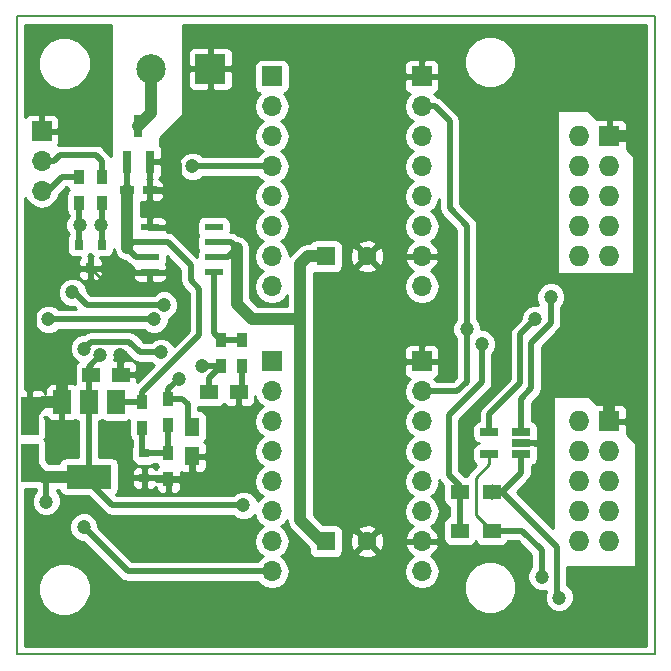
<source format=gbr>
G04 #@! TF.FileFunction,Copper,L2,Bot,Signal*
%FSLAX46Y46*%
G04 Gerber Fmt 4.6, Leading zero omitted, Abs format (unit mm)*
G04 Created by KiCad (PCBNEW 4.0.7) date Mon Jan 29 08:29:15 2018*
%MOMM*%
%LPD*%
G01*
G04 APERTURE LIST*
%ADD10C,0.100000*%
%ADD11C,0.150000*%
%ADD12R,2.500000X2.500000*%
%ADD13C,2.500000*%
%ADD14R,1.727200X1.727200*%
%ADD15O,1.727200X1.727200*%
%ADD16R,3.800000X2.000000*%
%ADD17R,1.500000X2.000000*%
%ADD18R,1.200000X0.750000*%
%ADD19R,1.500000X1.250000*%
%ADD20R,1.250000X1.500000*%
%ADD21R,1.600000X1.600000*%
%ADD22C,1.600000*%
%ADD23R,0.800000X0.900000*%
%ADD24R,0.900000X0.800000*%
%ADD25R,1.560000X0.650000*%
%ADD26R,1.700000X1.700000*%
%ADD27O,1.700000X1.700000*%
%ADD28R,0.800000X1.900000*%
%ADD29R,0.900000X1.200000*%
%ADD30R,1.500000X3.200000*%
%ADD31R,1.500000X1.300000*%
%ADD32R,1.550000X0.600000*%
%ADD33C,1.200000*%
%ADD34C,0.500000*%
%ADD35C,1.000000*%
%ADD36C,0.250000*%
%ADD37C,0.254000*%
G04 APERTURE END LIST*
D10*
D11*
X92000000Y-84000000D02*
X92000000Y-82000000D01*
X38000000Y-84000000D02*
X92000000Y-84000000D01*
X38000000Y-82000000D02*
X38000000Y-84000000D01*
X92000000Y-30000000D02*
X92000000Y-82000000D01*
X82000000Y-30000000D02*
X92000000Y-30000000D01*
X38000000Y-82000000D02*
X38000000Y-30000000D01*
X38000000Y-30000000D02*
X82000000Y-30000000D01*
D12*
X54383000Y-34445000D03*
D13*
X49383000Y-34445000D03*
D14*
X88165000Y-40160000D03*
D15*
X85625000Y-40160000D03*
X88165000Y-42700000D03*
X85625000Y-42700000D03*
X88165000Y-45240000D03*
X85625000Y-45240000D03*
X88165000Y-47780000D03*
X85625000Y-47780000D03*
X88165000Y-50320000D03*
X85625000Y-50320000D03*
D14*
X88165000Y-64290000D03*
D15*
X85625000Y-64290000D03*
X88165000Y-66830000D03*
X85625000Y-66830000D03*
X88165000Y-69370000D03*
X85625000Y-69370000D03*
X88165000Y-71910000D03*
X85625000Y-71910000D03*
X88165000Y-74450000D03*
X85625000Y-74450000D03*
D16*
X44096000Y-68964000D03*
D17*
X44096000Y-62664000D03*
X46396000Y-62664000D03*
X41796000Y-62664000D03*
D18*
X47337000Y-44732000D03*
X49237000Y-44732000D03*
D19*
X54276000Y-61813500D03*
X56776000Y-61813500D03*
D20*
X52859000Y-64754500D03*
X52859000Y-67254500D03*
D21*
X64162000Y-74450000D03*
D22*
X67662000Y-74450000D03*
D21*
X64162000Y-50320000D03*
D22*
X67662000Y-50320000D03*
D23*
X43273000Y-49320000D03*
X45173000Y-49320000D03*
X44223000Y-51320000D03*
D24*
X48795000Y-66986500D03*
X48795000Y-69086500D03*
D25*
X80688500Y-65181500D03*
X80688500Y-66131500D03*
X80688500Y-67081500D03*
X77988500Y-67081500D03*
X77988500Y-65181500D03*
D26*
X40095500Y-39715500D03*
D27*
X40095500Y-42255500D03*
X40095500Y-44795500D03*
D26*
X72290000Y-59210000D03*
D27*
X72290000Y-61750000D03*
X72290000Y-64290000D03*
X72290000Y-66830000D03*
X72290000Y-69370000D03*
X72290000Y-71910000D03*
X72290000Y-74450000D03*
X72290000Y-76990000D03*
D26*
X72290000Y-35080000D03*
D27*
X72290000Y-37620000D03*
X72290000Y-40160000D03*
X72290000Y-42700000D03*
X72290000Y-45240000D03*
X72290000Y-47780000D03*
X72290000Y-50320000D03*
X72290000Y-52860000D03*
D26*
X59590000Y-59210000D03*
D27*
X59590000Y-61750000D03*
X59590000Y-64290000D03*
X59590000Y-66830000D03*
X59590000Y-69370000D03*
X59590000Y-71910000D03*
X59590000Y-74450000D03*
X59590000Y-76990000D03*
D26*
X59590000Y-35080000D03*
D27*
X59590000Y-37620000D03*
X59590000Y-40160000D03*
X59590000Y-42700000D03*
X59590000Y-45240000D03*
X59590000Y-47780000D03*
X59590000Y-50320000D03*
X59590000Y-52860000D03*
D28*
X49237000Y-42295000D03*
X47337000Y-42295000D03*
X48287000Y-39295000D03*
D29*
X57050000Y-59611500D03*
X57050000Y-57411500D03*
D30*
X39079500Y-67814000D03*
X39079500Y-63814000D03*
D29*
X55272000Y-57411500D03*
X55272000Y-59611500D03*
X48604500Y-64818500D03*
X48604500Y-62618500D03*
X50827000Y-69200000D03*
X50827000Y-67000000D03*
X50827000Y-64564500D03*
X50827000Y-62364500D03*
X43270500Y-45768500D03*
X43270500Y-43568500D03*
X45175500Y-45768500D03*
X45175500Y-43568500D03*
D31*
X75512000Y-70259000D03*
X78212000Y-70259000D03*
D32*
X49270000Y-51653500D03*
X49270000Y-50383500D03*
X49270000Y-49113500D03*
X49270000Y-47843500D03*
X54670000Y-47843500D03*
X54670000Y-49113500D03*
X54670000Y-50383500D03*
X54670000Y-51653500D03*
D19*
X44306500Y-60353000D03*
X46806500Y-60353000D03*
D31*
X75512000Y-73561000D03*
X78212000Y-73561000D03*
D33*
X40476500Y-71084500D03*
X52859000Y-42700000D03*
X77370000Y-57749500D03*
X57177000Y-71402000D03*
X45048500Y-58702000D03*
X53684500Y-59591000D03*
X51716000Y-60670500D03*
X43334000Y-47653000D03*
X45112000Y-47653000D03*
X82450000Y-77434500D03*
X83910500Y-79212500D03*
X42699000Y-53368000D03*
X50446000Y-54447500D03*
X83212000Y-53749000D03*
X40667000Y-55654000D03*
X49620500Y-55654000D03*
X81878500Y-55654000D03*
X50192000Y-58448000D03*
X43715000Y-58130500D03*
X43651500Y-73243500D03*
X59590000Y-35080000D03*
X53451000Y-69200000D03*
X39968500Y-52669500D03*
X46509000Y-81498500D03*
X46001000Y-53050500D03*
X46699500Y-58638500D03*
X76100000Y-56479500D03*
D34*
X40476500Y-68964000D02*
X40476500Y-71084500D01*
X52859000Y-42700000D02*
X54637000Y-42700000D01*
X75512000Y-70259000D02*
X75512000Y-69798000D01*
X75512000Y-69798000D02*
X74576000Y-68862000D01*
X77370000Y-60988000D02*
X77370000Y-57749500D01*
X74576000Y-63782000D02*
X77370000Y-60988000D01*
X74576000Y-68862000D02*
X74576000Y-63782000D01*
X44096000Y-68964000D02*
X44096000Y-69433500D01*
X44096000Y-69433500D02*
X46064500Y-71402000D01*
X46064500Y-71402000D02*
X57177000Y-71402000D01*
X54637000Y-42700000D02*
X59590000Y-42700000D01*
X45048500Y-58702000D02*
X44096000Y-59654500D01*
X44096000Y-59654500D02*
X44096000Y-60142500D01*
X44096000Y-60142500D02*
X44306500Y-60353000D01*
X44096000Y-62664000D02*
X44096000Y-59654500D01*
X75512000Y-70259000D02*
X75512000Y-73561000D01*
D35*
X44096000Y-68964000D02*
X40476500Y-68964000D01*
X40476500Y-68964000D02*
X40229500Y-68964000D01*
X40229500Y-68964000D02*
X39079500Y-67814000D01*
D34*
X44096000Y-68964000D02*
X44096000Y-62664000D01*
X48604500Y-62618500D02*
X48604500Y-61813500D01*
X52732000Y-51082000D02*
X50763500Y-49113500D01*
X52732000Y-52352000D02*
X52732000Y-51082000D01*
X53430500Y-53050500D02*
X52732000Y-52352000D01*
X53430500Y-56987500D02*
X53430500Y-53050500D01*
X48604500Y-61813500D02*
X53430500Y-56987500D01*
X46396000Y-62664000D02*
X48559000Y-62664000D01*
X48559000Y-62664000D02*
X48604500Y-62618500D01*
X49270000Y-49113500D02*
X50763500Y-49113500D01*
X46441500Y-62618500D02*
X46396000Y-62664000D01*
X49270000Y-49113500D02*
X47847500Y-49113500D01*
X47847500Y-49113500D02*
X47337000Y-49624000D01*
D35*
X47337000Y-44732000D02*
X47337000Y-49624000D01*
D34*
X48096500Y-50383500D02*
X49270000Y-50383500D01*
X47337000Y-49624000D02*
X48096500Y-50383500D01*
X47337000Y-42295000D02*
X47337000Y-44732000D01*
X53705000Y-59611500D02*
X53684500Y-59591000D01*
X53705000Y-59611500D02*
X55272000Y-59611500D01*
X54276000Y-61813500D02*
X54276000Y-60607500D01*
X54276000Y-60607500D02*
X55272000Y-59611500D01*
X50827000Y-61559500D02*
X51716000Y-60670500D01*
X50827000Y-61559500D02*
X50827000Y-62364500D01*
X50827000Y-62364500D02*
X52013000Y-62364500D01*
X52478000Y-62829500D02*
X52478000Y-64373500D01*
X52013000Y-62364500D02*
X52478000Y-62829500D01*
X52478000Y-64373500D02*
X52859000Y-64754500D01*
D35*
X64162000Y-74450000D02*
X63781000Y-74450000D01*
X63781000Y-74450000D02*
X62003000Y-72672000D01*
X62003000Y-72672000D02*
X62003000Y-53622000D01*
X64162000Y-50320000D02*
X62638000Y-50320000D01*
X62003000Y-50955000D02*
X62003000Y-53622000D01*
X62003000Y-53622000D02*
X62003000Y-55654000D01*
X62638000Y-50320000D02*
X62003000Y-50955000D01*
X56605500Y-49621500D02*
X56605500Y-54320500D01*
X57939000Y-55654000D02*
X62003000Y-55654000D01*
X56605500Y-54320500D02*
X57939000Y-55654000D01*
D34*
X54670000Y-50383500D02*
X55843500Y-50383500D01*
X56097500Y-49113500D02*
X56605500Y-49621500D01*
X56097500Y-49113500D02*
X54670000Y-49113500D01*
X55843500Y-50383500D02*
X56605500Y-49621500D01*
D36*
X43334000Y-47653000D02*
X43273000Y-47653000D01*
D34*
X43273000Y-49320000D02*
X43273000Y-47653000D01*
X43273000Y-47653000D02*
X43273000Y-45771000D01*
X43273000Y-45771000D02*
X43270500Y-45768500D01*
D36*
X45112000Y-47653000D02*
X45175500Y-47653000D01*
D34*
X45175500Y-45768500D02*
X45175500Y-47653000D01*
X45175500Y-47653000D02*
X45175500Y-49317500D01*
X45175500Y-49317500D02*
X45173000Y-49320000D01*
X50827000Y-67000000D02*
X50827000Y-64564500D01*
X50827000Y-67000000D02*
X48808500Y-67000000D01*
X48808500Y-67000000D02*
X48604500Y-66796000D01*
X48604500Y-66796000D02*
X48604500Y-64818500D01*
X78212000Y-73561000D02*
X80799000Y-73561000D01*
X82450000Y-75212000D02*
X82450000Y-77434500D01*
X80799000Y-73561000D02*
X82450000Y-75212000D01*
D36*
X76862000Y-69116000D02*
X76862000Y-69052500D01*
X76862000Y-69052500D02*
X77988500Y-67926000D01*
X77988500Y-67926000D02*
X77988500Y-67081500D01*
D34*
X77937500Y-67132500D02*
X77988500Y-67081500D01*
D36*
X76862000Y-72211000D02*
X78212000Y-73561000D01*
X76862000Y-69116000D02*
X76862000Y-72211000D01*
D34*
X78212000Y-70259000D02*
X79084500Y-70259000D01*
X83720000Y-79022000D02*
X83910500Y-79212500D01*
X83720000Y-79022000D02*
X83720000Y-74894500D01*
X79084500Y-70259000D02*
X83720000Y-74894500D01*
X80688500Y-68655000D02*
X80688500Y-67081500D01*
X79084500Y-70259000D02*
X80688500Y-68655000D01*
D36*
X78212000Y-70259000D02*
X78212000Y-69671000D01*
D34*
X78212000Y-70259000D02*
X78212000Y-70720000D01*
X80688500Y-65181500D02*
X80688500Y-62368500D01*
X81561000Y-57622500D02*
X83212000Y-55971500D01*
X81561000Y-61496000D02*
X81561000Y-57622500D01*
X80688500Y-62368500D02*
X81561000Y-61496000D01*
X80688500Y-65181500D02*
X80688500Y-65099000D01*
X42699000Y-53368000D02*
X42826000Y-53368000D01*
X42826000Y-53368000D02*
X43905500Y-54447500D01*
X43905500Y-54447500D02*
X50446000Y-54447500D01*
X83212000Y-53749000D02*
X83212000Y-55971500D01*
X77988500Y-65181500D02*
X77988500Y-63671500D01*
X80608500Y-56924000D02*
X81878500Y-55654000D01*
X80608500Y-61051500D02*
X80608500Y-56924000D01*
X77988500Y-63671500D02*
X80608500Y-61051500D01*
X49620500Y-55654000D02*
X40667000Y-55654000D01*
X40095500Y-42255500D02*
X41111500Y-42255500D01*
X45175500Y-42255500D02*
X45175500Y-43568500D01*
X44667500Y-41747500D02*
X45175500Y-42255500D01*
X41619500Y-41747500D02*
X44667500Y-41747500D01*
X41111500Y-42255500D02*
X41619500Y-41747500D01*
X40095500Y-44795500D02*
X40603500Y-44795500D01*
X40603500Y-44795500D02*
X41830500Y-43568500D01*
X41830500Y-43568500D02*
X43270500Y-43568500D01*
D35*
X49383000Y-34445000D02*
X49383000Y-38199000D01*
X49383000Y-38199000D02*
X48287000Y-39295000D01*
D34*
X47334500Y-57559000D02*
X47525000Y-57559000D01*
X47525000Y-57559000D02*
X48414000Y-58448000D01*
X48414000Y-58448000D02*
X50192000Y-58448000D01*
X43715000Y-58130500D02*
X44286500Y-57559000D01*
X44286500Y-57559000D02*
X47334500Y-57559000D01*
X59590000Y-58892500D02*
X59590000Y-59210000D01*
X59590000Y-76990000D02*
X47398000Y-76990000D01*
X47398000Y-76990000D02*
X43651500Y-73243500D01*
X57050000Y-57411500D02*
X55272000Y-57411500D01*
X55272000Y-57411500D02*
X54670000Y-56809500D01*
X54670000Y-56809500D02*
X54670000Y-51653500D01*
X50827000Y-69200000D02*
X53451000Y-69200000D01*
X52859000Y-68608000D02*
X52859000Y-67254500D01*
X53451000Y-69200000D02*
X52859000Y-68608000D01*
X48795000Y-69086500D02*
X50713500Y-69086500D01*
X50713500Y-69086500D02*
X50827000Y-69200000D01*
D35*
X41796000Y-62664000D02*
X41796000Y-61037500D01*
X39206500Y-53431500D02*
X39968500Y-52669500D01*
X39206500Y-58448000D02*
X39206500Y-53431500D01*
X41796000Y-61037500D02*
X39206500Y-58448000D01*
D34*
X80688500Y-66131500D02*
X82196000Y-66131500D01*
X84545500Y-59972000D02*
X88165000Y-59972000D01*
X82831000Y-61686500D02*
X84545500Y-59972000D01*
X82831000Y-65496500D02*
X82831000Y-61686500D01*
X82196000Y-66131500D02*
X82831000Y-65496500D01*
D35*
X88165000Y-64290000D02*
X88165000Y-59972000D01*
X88165000Y-59972000D02*
X88165000Y-55908000D01*
X90641500Y-40160000D02*
X88165000Y-40160000D01*
X90705000Y-40096500D02*
X90641500Y-40160000D01*
X90705000Y-53368000D02*
X90705000Y-40096500D01*
X88165000Y-55908000D02*
X90705000Y-53368000D01*
D34*
X49237000Y-42295000D02*
X51501500Y-42295000D01*
X51271500Y-44732000D02*
X49237000Y-44732000D01*
X51716000Y-44287500D02*
X51271500Y-44732000D01*
X51716000Y-42509500D02*
X51716000Y-44287500D01*
X51501500Y-42295000D02*
X51716000Y-42509500D01*
D36*
X46001000Y-53050500D02*
X44270500Y-51320000D01*
X44270500Y-51320000D02*
X44223000Y-51320000D01*
D34*
X57050000Y-59611500D02*
X57050000Y-61539500D01*
X57050000Y-61539500D02*
X56776000Y-61813500D01*
X46699500Y-58638500D02*
X46699500Y-60246000D01*
X46699500Y-60246000D02*
X46806500Y-60353000D01*
D35*
X41796000Y-62664000D02*
X40229500Y-62664000D01*
X40229500Y-62664000D02*
X39079500Y-63814000D01*
D34*
X76100000Y-56479500D02*
X76100000Y-54511000D01*
X73369500Y-37620000D02*
X72290000Y-37620000D01*
X74639500Y-38890000D02*
X73369500Y-37620000D01*
X74639500Y-46256000D02*
X74639500Y-38890000D01*
X76100000Y-47716500D02*
X74639500Y-46256000D01*
X76100000Y-54511000D02*
X76100000Y-47716500D01*
X75274500Y-61750000D02*
X72290000Y-61750000D01*
X76100000Y-60924500D02*
X75274500Y-61750000D01*
X76100000Y-58956000D02*
X76100000Y-60924500D01*
X76100000Y-58321000D02*
X76100000Y-58956000D01*
X76100000Y-56479500D02*
X76100000Y-58321000D01*
D37*
G36*
X91290000Y-83290000D02*
X38710000Y-83290000D01*
X38710000Y-78942619D01*
X39764613Y-78942619D01*
X40104155Y-79764372D01*
X40732321Y-80393636D01*
X41553481Y-80734611D01*
X42442619Y-80735387D01*
X43264372Y-80395845D01*
X43893636Y-79767679D01*
X44234611Y-78946519D01*
X44234725Y-78815119D01*
X75827613Y-78815119D01*
X76167155Y-79636872D01*
X76795321Y-80266136D01*
X77616481Y-80607111D01*
X78505619Y-80607887D01*
X79327372Y-80268345D01*
X79956636Y-79640179D01*
X80297611Y-78819019D01*
X80298387Y-77929881D01*
X79958845Y-77108128D01*
X79330679Y-76478864D01*
X78509519Y-76137889D01*
X77620381Y-76137113D01*
X76798628Y-76476655D01*
X76169364Y-77104821D01*
X75828389Y-77925981D01*
X75827613Y-78815119D01*
X44234725Y-78815119D01*
X44235387Y-78057381D01*
X43895845Y-77235628D01*
X43267679Y-76606364D01*
X42446519Y-76265389D01*
X41557381Y-76264613D01*
X40735628Y-76604155D01*
X40106364Y-77232321D01*
X39765389Y-78053481D01*
X39764613Y-78942619D01*
X38710000Y-78942619D01*
X38710000Y-70061440D01*
X39591500Y-70061440D01*
X39591500Y-70222926D01*
X39430129Y-70384015D01*
X39241715Y-70837766D01*
X39241286Y-71329079D01*
X39428908Y-71783157D01*
X39776015Y-72130871D01*
X40229766Y-72319285D01*
X40721079Y-72319714D01*
X41175157Y-72132092D01*
X41522871Y-71784985D01*
X41711285Y-71331234D01*
X41711714Y-70839921D01*
X41524092Y-70385843D01*
X41361500Y-70222967D01*
X41361500Y-70099000D01*
X41573962Y-70099000D01*
X41592838Y-70199317D01*
X41731910Y-70415441D01*
X41944110Y-70560431D01*
X42196000Y-70611440D01*
X44022360Y-70611440D01*
X45438708Y-72027787D01*
X45438710Y-72027790D01*
X45725825Y-72219633D01*
X46064500Y-72287000D01*
X56315426Y-72287000D01*
X56476515Y-72448371D01*
X56930266Y-72636785D01*
X57421579Y-72637214D01*
X57875657Y-72449592D01*
X58132282Y-72193415D01*
X58188946Y-72478285D01*
X58510853Y-72960054D01*
X58840026Y-73180000D01*
X58510853Y-73399946D01*
X58188946Y-73881715D01*
X58075907Y-74450000D01*
X58188946Y-75018285D01*
X58510853Y-75500054D01*
X58840026Y-75720000D01*
X58510853Y-75939946D01*
X58400568Y-76105000D01*
X47764579Y-76105000D01*
X44886515Y-73226935D01*
X44886714Y-72998921D01*
X44699092Y-72544843D01*
X44351985Y-72197129D01*
X43898234Y-72008715D01*
X43406921Y-72008286D01*
X42952843Y-72195908D01*
X42605129Y-72543015D01*
X42416715Y-72996766D01*
X42416286Y-73488079D01*
X42603908Y-73942157D01*
X42951015Y-74289871D01*
X43404766Y-74478285D01*
X43634906Y-74478486D01*
X46772208Y-77615787D01*
X46772210Y-77615790D01*
X47007755Y-77773175D01*
X47059325Y-77807633D01*
X47398000Y-77875001D01*
X47398005Y-77875000D01*
X58400568Y-77875000D01*
X58510853Y-78040054D01*
X58992622Y-78361961D01*
X59560907Y-78475000D01*
X59619093Y-78475000D01*
X60187378Y-78361961D01*
X60669147Y-78040054D01*
X60991054Y-77558285D01*
X61104093Y-76990000D01*
X70775907Y-76990000D01*
X70888946Y-77558285D01*
X71210853Y-78040054D01*
X71692622Y-78361961D01*
X72260907Y-78475000D01*
X72319093Y-78475000D01*
X72887378Y-78361961D01*
X73369147Y-78040054D01*
X73691054Y-77558285D01*
X73804093Y-76990000D01*
X73691054Y-76421715D01*
X73369147Y-75939946D01*
X73028447Y-75712298D01*
X73171358Y-75645183D01*
X73561645Y-75216924D01*
X73731476Y-74806890D01*
X73610155Y-74577000D01*
X72417000Y-74577000D01*
X72417000Y-74597000D01*
X72163000Y-74597000D01*
X72163000Y-74577000D01*
X70969845Y-74577000D01*
X70848524Y-74806890D01*
X71018355Y-75216924D01*
X71408642Y-75645183D01*
X71551553Y-75712298D01*
X71210853Y-75939946D01*
X70888946Y-76421715D01*
X70775907Y-76990000D01*
X61104093Y-76990000D01*
X60991054Y-76421715D01*
X60669147Y-75939946D01*
X60339974Y-75720000D01*
X60669147Y-75500054D01*
X60991054Y-75018285D01*
X61104093Y-74450000D01*
X60991054Y-73881715D01*
X60669147Y-73399946D01*
X60339974Y-73180000D01*
X60669147Y-72960054D01*
X60868000Y-72662449D01*
X60868000Y-72672000D01*
X60954397Y-73106346D01*
X61200434Y-73474566D01*
X62714560Y-74988692D01*
X62714560Y-75250000D01*
X62758838Y-75485317D01*
X62897910Y-75701441D01*
X63110110Y-75846431D01*
X63362000Y-75897440D01*
X64962000Y-75897440D01*
X65197317Y-75853162D01*
X65413441Y-75714090D01*
X65558431Y-75501890D01*
X65567370Y-75457745D01*
X66833861Y-75457745D01*
X66907995Y-75703864D01*
X67445223Y-75896965D01*
X68015454Y-75869778D01*
X68416005Y-75703864D01*
X68490139Y-75457745D01*
X67662000Y-74629605D01*
X66833861Y-75457745D01*
X65567370Y-75457745D01*
X65609440Y-75250000D01*
X65609440Y-74233223D01*
X66215035Y-74233223D01*
X66242222Y-74803454D01*
X66408136Y-75204005D01*
X66654255Y-75278139D01*
X67482395Y-74450000D01*
X67841605Y-74450000D01*
X68669745Y-75278139D01*
X68915864Y-75204005D01*
X69108965Y-74666777D01*
X69081778Y-74096546D01*
X68915864Y-73695995D01*
X68669745Y-73621861D01*
X67841605Y-74450000D01*
X67482395Y-74450000D01*
X66654255Y-73621861D01*
X66408136Y-73695995D01*
X66215035Y-74233223D01*
X65609440Y-74233223D01*
X65609440Y-73650000D01*
X65570351Y-73442255D01*
X66833861Y-73442255D01*
X67662000Y-74270395D01*
X68490139Y-73442255D01*
X68416005Y-73196136D01*
X67878777Y-73003035D01*
X67308546Y-73030222D01*
X66907995Y-73196136D01*
X66833861Y-73442255D01*
X65570351Y-73442255D01*
X65565162Y-73414683D01*
X65426090Y-73198559D01*
X65213890Y-73053569D01*
X64962000Y-73002560D01*
X63938692Y-73002560D01*
X63138000Y-72201868D01*
X63138000Y-58233690D01*
X70805000Y-58233690D01*
X70805000Y-58924250D01*
X70963750Y-59083000D01*
X72163000Y-59083000D01*
X72163000Y-57883750D01*
X72417000Y-57883750D01*
X72417000Y-59083000D01*
X73616250Y-59083000D01*
X73775000Y-58924250D01*
X73775000Y-58233690D01*
X73678327Y-58000301D01*
X73499698Y-57821673D01*
X73266309Y-57725000D01*
X72575750Y-57725000D01*
X72417000Y-57883750D01*
X72163000Y-57883750D01*
X72004250Y-57725000D01*
X71313691Y-57725000D01*
X71080302Y-57821673D01*
X70901673Y-58000301D01*
X70805000Y-58233690D01*
X63138000Y-58233690D01*
X63138000Y-52860000D01*
X70775907Y-52860000D01*
X70888946Y-53428285D01*
X71210853Y-53910054D01*
X71692622Y-54231961D01*
X72260907Y-54345000D01*
X72319093Y-54345000D01*
X72887378Y-54231961D01*
X73369147Y-53910054D01*
X73691054Y-53428285D01*
X73804093Y-52860000D01*
X73691054Y-52291715D01*
X73369147Y-51809946D01*
X73028447Y-51582298D01*
X73171358Y-51515183D01*
X73561645Y-51086924D01*
X73731476Y-50676890D01*
X73610155Y-50447000D01*
X72417000Y-50447000D01*
X72417000Y-50467000D01*
X72163000Y-50467000D01*
X72163000Y-50447000D01*
X70969845Y-50447000D01*
X70848524Y-50676890D01*
X71018355Y-51086924D01*
X71408642Y-51515183D01*
X71551553Y-51582298D01*
X71210853Y-51809946D01*
X70888946Y-52291715D01*
X70775907Y-52860000D01*
X63138000Y-52860000D01*
X63138000Y-51722079D01*
X63362000Y-51767440D01*
X64962000Y-51767440D01*
X65197317Y-51723162D01*
X65413441Y-51584090D01*
X65558431Y-51371890D01*
X65567370Y-51327745D01*
X66833861Y-51327745D01*
X66907995Y-51573864D01*
X67445223Y-51766965D01*
X68015454Y-51739778D01*
X68416005Y-51573864D01*
X68490139Y-51327745D01*
X67662000Y-50499605D01*
X66833861Y-51327745D01*
X65567370Y-51327745D01*
X65609440Y-51120000D01*
X65609440Y-50103223D01*
X66215035Y-50103223D01*
X66242222Y-50673454D01*
X66408136Y-51074005D01*
X66654255Y-51148139D01*
X67482395Y-50320000D01*
X67841605Y-50320000D01*
X68669745Y-51148139D01*
X68915864Y-51074005D01*
X69108965Y-50536777D01*
X69081778Y-49966546D01*
X68915864Y-49565995D01*
X68669745Y-49491861D01*
X67841605Y-50320000D01*
X67482395Y-50320000D01*
X66654255Y-49491861D01*
X66408136Y-49565995D01*
X66215035Y-50103223D01*
X65609440Y-50103223D01*
X65609440Y-49520000D01*
X65570351Y-49312255D01*
X66833861Y-49312255D01*
X67662000Y-50140395D01*
X68490139Y-49312255D01*
X68416005Y-49066136D01*
X67878777Y-48873035D01*
X67308546Y-48900222D01*
X66907995Y-49066136D01*
X66833861Y-49312255D01*
X65570351Y-49312255D01*
X65565162Y-49284683D01*
X65426090Y-49068559D01*
X65213890Y-48923569D01*
X64962000Y-48872560D01*
X63362000Y-48872560D01*
X63126683Y-48916838D01*
X62910559Y-49055910D01*
X62822356Y-49185000D01*
X62638000Y-49185000D01*
X62203655Y-49271396D01*
X61835434Y-49517434D01*
X61200434Y-50152434D01*
X61100509Y-50301982D01*
X60991054Y-49751715D01*
X60669147Y-49269946D01*
X60339974Y-49050000D01*
X60669147Y-48830054D01*
X60991054Y-48348285D01*
X61104093Y-47780000D01*
X60991054Y-47211715D01*
X60669147Y-46729946D01*
X60339974Y-46510000D01*
X60669147Y-46290054D01*
X60991054Y-45808285D01*
X61104093Y-45240000D01*
X60991054Y-44671715D01*
X60669147Y-44189946D01*
X60339974Y-43970000D01*
X60669147Y-43750054D01*
X60991054Y-43268285D01*
X61104093Y-42700000D01*
X60991054Y-42131715D01*
X60669147Y-41649946D01*
X60339974Y-41430000D01*
X60669147Y-41210054D01*
X60991054Y-40728285D01*
X61104093Y-40160000D01*
X60991054Y-39591715D01*
X60669147Y-39109946D01*
X60339974Y-38890000D01*
X60669147Y-38670054D01*
X60991054Y-38188285D01*
X61104093Y-37620000D01*
X70775907Y-37620000D01*
X70888946Y-38188285D01*
X71210853Y-38670054D01*
X71540026Y-38890000D01*
X71210853Y-39109946D01*
X70888946Y-39591715D01*
X70775907Y-40160000D01*
X70888946Y-40728285D01*
X71210853Y-41210054D01*
X71540026Y-41430000D01*
X71210853Y-41649946D01*
X70888946Y-42131715D01*
X70775907Y-42700000D01*
X70888946Y-43268285D01*
X71210853Y-43750054D01*
X71540026Y-43970000D01*
X71210853Y-44189946D01*
X70888946Y-44671715D01*
X70775907Y-45240000D01*
X70888946Y-45808285D01*
X71210853Y-46290054D01*
X71540026Y-46510000D01*
X71210853Y-46729946D01*
X70888946Y-47211715D01*
X70775907Y-47780000D01*
X70888946Y-48348285D01*
X71210853Y-48830054D01*
X71551553Y-49057702D01*
X71408642Y-49124817D01*
X71018355Y-49553076D01*
X70848524Y-49963110D01*
X70969845Y-50193000D01*
X72163000Y-50193000D01*
X72163000Y-50173000D01*
X72417000Y-50173000D01*
X72417000Y-50193000D01*
X73610155Y-50193000D01*
X73731476Y-49963110D01*
X73561645Y-49553076D01*
X73171358Y-49124817D01*
X73028447Y-49057702D01*
X73369147Y-48830054D01*
X73691054Y-48348285D01*
X73804093Y-47780000D01*
X73691054Y-47211715D01*
X73369147Y-46729946D01*
X73039974Y-46510000D01*
X73369147Y-46290054D01*
X73691054Y-45808285D01*
X73754500Y-45489321D01*
X73754500Y-46255995D01*
X73754499Y-46256000D01*
X73810690Y-46538484D01*
X73821867Y-46594675D01*
X73980836Y-46832590D01*
X74013710Y-46881790D01*
X75215000Y-48083079D01*
X75215000Y-55617926D01*
X75053629Y-55779015D01*
X74865215Y-56232766D01*
X74864786Y-56724079D01*
X75052408Y-57178157D01*
X75215000Y-57341033D01*
X75215000Y-60557921D01*
X74907920Y-60865000D01*
X73479432Y-60865000D01*
X73369147Y-60699946D01*
X73325223Y-60670597D01*
X73499698Y-60598327D01*
X73678327Y-60419699D01*
X73775000Y-60186310D01*
X73775000Y-59495750D01*
X73616250Y-59337000D01*
X72417000Y-59337000D01*
X72417000Y-59357000D01*
X72163000Y-59357000D01*
X72163000Y-59337000D01*
X70963750Y-59337000D01*
X70805000Y-59495750D01*
X70805000Y-60186310D01*
X70901673Y-60419699D01*
X71080302Y-60598327D01*
X71254777Y-60670597D01*
X71210853Y-60699946D01*
X70888946Y-61181715D01*
X70775907Y-61750000D01*
X70888946Y-62318285D01*
X71210853Y-62800054D01*
X71540026Y-63020000D01*
X71210853Y-63239946D01*
X70888946Y-63721715D01*
X70775907Y-64290000D01*
X70888946Y-64858285D01*
X71210853Y-65340054D01*
X71540026Y-65560000D01*
X71210853Y-65779946D01*
X70888946Y-66261715D01*
X70775907Y-66830000D01*
X70888946Y-67398285D01*
X71210853Y-67880054D01*
X71540026Y-68100000D01*
X71210853Y-68319946D01*
X70888946Y-68801715D01*
X70775907Y-69370000D01*
X70888946Y-69938285D01*
X71210853Y-70420054D01*
X71540026Y-70640000D01*
X71210853Y-70859946D01*
X70888946Y-71341715D01*
X70775907Y-71910000D01*
X70888946Y-72478285D01*
X71210853Y-72960054D01*
X71551553Y-73187702D01*
X71408642Y-73254817D01*
X71018355Y-73683076D01*
X70848524Y-74093110D01*
X70969845Y-74323000D01*
X72163000Y-74323000D01*
X72163000Y-74303000D01*
X72417000Y-74303000D01*
X72417000Y-74323000D01*
X73610155Y-74323000D01*
X73731476Y-74093110D01*
X73561645Y-73683076D01*
X73171358Y-73254817D01*
X73028447Y-73187702D01*
X73369147Y-72960054D01*
X73691054Y-72478285D01*
X73804093Y-71910000D01*
X73691054Y-71341715D01*
X73369147Y-70859946D01*
X73039974Y-70640000D01*
X73369147Y-70420054D01*
X73691054Y-69938285D01*
X73804093Y-69370000D01*
X73775518Y-69226343D01*
X73948847Y-69485750D01*
X73950210Y-69487790D01*
X74114560Y-69652140D01*
X74114560Y-70909000D01*
X74158838Y-71144317D01*
X74297910Y-71360441D01*
X74510110Y-71505431D01*
X74627000Y-71529102D01*
X74627000Y-72288962D01*
X74526683Y-72307838D01*
X74310559Y-72446910D01*
X74165569Y-72659110D01*
X74114560Y-72911000D01*
X74114560Y-74211000D01*
X74158838Y-74446317D01*
X74297910Y-74662441D01*
X74510110Y-74807431D01*
X74762000Y-74858440D01*
X76262000Y-74858440D01*
X76497317Y-74814162D01*
X76713441Y-74675090D01*
X76858431Y-74462890D01*
X76861081Y-74449803D01*
X76997910Y-74662441D01*
X77210110Y-74807431D01*
X77462000Y-74858440D01*
X78962000Y-74858440D01*
X79197317Y-74814162D01*
X79413441Y-74675090D01*
X79558431Y-74462890D01*
X79561851Y-74446000D01*
X80432420Y-74446000D01*
X81565000Y-75578579D01*
X81565000Y-76572926D01*
X81403629Y-76734015D01*
X81215215Y-77187766D01*
X81214786Y-77679079D01*
X81402408Y-78133157D01*
X81749515Y-78480871D01*
X82203266Y-78669285D01*
X82694579Y-78669714D01*
X82820200Y-78617808D01*
X82675715Y-78965766D01*
X82675286Y-79457079D01*
X82862908Y-79911157D01*
X83210015Y-80258871D01*
X83663766Y-80447285D01*
X84155079Y-80447714D01*
X84609157Y-80260092D01*
X84956871Y-79912985D01*
X85145285Y-79459234D01*
X85145714Y-78967921D01*
X84958092Y-78513843D01*
X84610985Y-78166129D01*
X84605000Y-78163644D01*
X84605000Y-76609000D01*
X90260500Y-76609000D01*
X90306659Y-76600315D01*
X90349053Y-76573035D01*
X90377494Y-76531410D01*
X90387500Y-76482000D01*
X90387500Y-66131500D01*
X90378166Y-66083711D01*
X90350303Y-66041697D01*
X89641608Y-65333002D01*
X89663600Y-65279909D01*
X89663600Y-64575750D01*
X89504850Y-64417000D01*
X88725606Y-64417000D01*
X88471606Y-64163000D01*
X89504850Y-64163000D01*
X89663600Y-64004250D01*
X89663600Y-63300091D01*
X89566927Y-63066702D01*
X89388299Y-62888073D01*
X89154910Y-62791400D01*
X88450750Y-62791400D01*
X88292000Y-62950150D01*
X88292000Y-63983394D01*
X88038000Y-63729394D01*
X88038000Y-62950150D01*
X87879250Y-62791400D01*
X87175090Y-62791400D01*
X87121998Y-62813392D01*
X86476803Y-62168197D01*
X86436410Y-62141006D01*
X86387000Y-62131000D01*
X83529500Y-62131000D01*
X83483341Y-62139685D01*
X83440947Y-62166965D01*
X83412506Y-62208590D01*
X83402500Y-62258000D01*
X83402500Y-73325421D01*
X80336080Y-70259000D01*
X81314287Y-69280792D01*
X81314290Y-69280790D01*
X81506133Y-68993675D01*
X81506134Y-68993674D01*
X81573501Y-68655000D01*
X81573500Y-68654995D01*
X81573500Y-68034183D01*
X81703817Y-68009662D01*
X81919941Y-67870590D01*
X82064931Y-67658390D01*
X82115940Y-67406500D01*
X82115940Y-66756500D01*
X82089581Y-66616414D01*
X82103500Y-66582810D01*
X82103500Y-66417250D01*
X81944750Y-66258500D01*
X81864449Y-66258500D01*
X81720390Y-66160069D01*
X81583380Y-66132324D01*
X81703817Y-66109662D01*
X81867243Y-66004500D01*
X81944750Y-66004500D01*
X82103500Y-65845750D01*
X82103500Y-65680190D01*
X82088232Y-65643329D01*
X82115940Y-65506500D01*
X82115940Y-64856500D01*
X82071662Y-64621183D01*
X81932590Y-64405059D01*
X81720390Y-64260069D01*
X81573500Y-64230323D01*
X81573500Y-62735080D01*
X82186787Y-62121792D01*
X82186790Y-62121790D01*
X82378633Y-61834675D01*
X82446000Y-61496000D01*
X82446000Y-57989080D01*
X83837787Y-56597292D01*
X83837790Y-56597290D01*
X84029633Y-56310175D01*
X84029634Y-56310174D01*
X84097001Y-55971500D01*
X84097000Y-55971495D01*
X84097000Y-54610574D01*
X84258371Y-54449485D01*
X84446785Y-53995734D01*
X84447214Y-53504421D01*
X84259592Y-53050343D01*
X83912485Y-52702629D01*
X83458734Y-52514215D01*
X82967421Y-52513786D01*
X82513343Y-52701408D01*
X82165629Y-53048515D01*
X81977215Y-53502266D01*
X81976786Y-53993579D01*
X82158335Y-54432960D01*
X82125234Y-54419215D01*
X81633921Y-54418786D01*
X81179843Y-54606408D01*
X80832129Y-54953515D01*
X80643715Y-55407266D01*
X80643514Y-55637406D01*
X79982710Y-56298210D01*
X79790867Y-56585325D01*
X79790867Y-56585326D01*
X79723499Y-56924000D01*
X79723500Y-56924005D01*
X79723500Y-60684921D01*
X77362710Y-63045710D01*
X77170867Y-63332825D01*
X77159690Y-63389016D01*
X77103499Y-63671500D01*
X77103500Y-63671505D01*
X77103500Y-64228817D01*
X76973183Y-64253338D01*
X76757059Y-64392410D01*
X76612069Y-64604610D01*
X76561060Y-64856500D01*
X76561060Y-65506500D01*
X76605338Y-65741817D01*
X76744410Y-65957941D01*
X76956610Y-66102931D01*
X77093620Y-66130676D01*
X76973183Y-66153338D01*
X76757059Y-66292410D01*
X76612069Y-66504610D01*
X76561060Y-66756500D01*
X76561060Y-67406500D01*
X76605338Y-67641817D01*
X76744410Y-67857941D01*
X76885413Y-67954285D01*
X76324599Y-68515099D01*
X76159852Y-68761661D01*
X76120089Y-68961560D01*
X75927139Y-68961560D01*
X75461000Y-68495420D01*
X75461000Y-64148580D01*
X77995787Y-61613792D01*
X77995790Y-61613790D01*
X78187633Y-61326675D01*
X78200264Y-61263175D01*
X78255001Y-60988000D01*
X78255000Y-60987995D01*
X78255000Y-58611074D01*
X78416371Y-58449985D01*
X78604785Y-57996234D01*
X78605214Y-57504921D01*
X78417592Y-57050843D01*
X78070485Y-56703129D01*
X77616734Y-56514715D01*
X77334970Y-56514469D01*
X77335214Y-56234921D01*
X77147592Y-55780843D01*
X76985000Y-55617967D01*
X76985000Y-47716505D01*
X76985001Y-47716500D01*
X76917633Y-47377826D01*
X76917633Y-47377825D01*
X76725790Y-47090710D01*
X76725787Y-47090708D01*
X75524500Y-45889420D01*
X75524500Y-38890005D01*
X75524501Y-38890000D01*
X75457133Y-38551325D01*
X75426180Y-38505000D01*
X75265290Y-38264210D01*
X75265287Y-38264208D01*
X75065580Y-38064500D01*
X83720000Y-38064500D01*
X83720000Y-51653500D01*
X83728685Y-51699659D01*
X83755965Y-51742053D01*
X83797590Y-51770494D01*
X83847000Y-51780500D01*
X85285861Y-51780500D01*
X85625000Y-51847959D01*
X85964139Y-51780500D01*
X87825861Y-51780500D01*
X88165000Y-51847959D01*
X88504139Y-51780500D01*
X90197000Y-51780500D01*
X90243159Y-51771815D01*
X90285553Y-51744535D01*
X90313994Y-51702910D01*
X90324000Y-51653500D01*
X90324000Y-41938000D01*
X90314666Y-41890211D01*
X90286803Y-41848197D01*
X89641608Y-41203002D01*
X89663600Y-41149909D01*
X89663600Y-40445750D01*
X89504850Y-40287000D01*
X88725606Y-40287000D01*
X88471606Y-40033000D01*
X89504850Y-40033000D01*
X89663600Y-39874250D01*
X89663600Y-39170091D01*
X89566927Y-38936702D01*
X89388299Y-38758073D01*
X89154910Y-38661400D01*
X88450750Y-38661400D01*
X88292000Y-38820150D01*
X88292000Y-39853394D01*
X88038000Y-39599394D01*
X88038000Y-38820150D01*
X87879250Y-38661400D01*
X87175090Y-38661400D01*
X87121998Y-38683392D01*
X86413303Y-37974697D01*
X86372910Y-37947506D01*
X86323500Y-37937500D01*
X83847000Y-37937500D01*
X83800841Y-37946185D01*
X83758447Y-37973465D01*
X83730006Y-38015090D01*
X83720000Y-38064500D01*
X75065580Y-38064500D01*
X73995290Y-36994210D01*
X73708175Y-36802367D01*
X73651984Y-36791190D01*
X73496283Y-36760218D01*
X73369147Y-36569946D01*
X73325223Y-36540597D01*
X73499698Y-36468327D01*
X73678327Y-36289699D01*
X73775000Y-36056310D01*
X73775000Y-35365750D01*
X73616250Y-35207000D01*
X72417000Y-35207000D01*
X72417000Y-35227000D01*
X72163000Y-35227000D01*
X72163000Y-35207000D01*
X70963750Y-35207000D01*
X70805000Y-35365750D01*
X70805000Y-36056310D01*
X70901673Y-36289699D01*
X71080302Y-36468327D01*
X71254777Y-36540597D01*
X71210853Y-36569946D01*
X70888946Y-37051715D01*
X70775907Y-37620000D01*
X61104093Y-37620000D01*
X60991054Y-37051715D01*
X60669147Y-36569946D01*
X60627548Y-36542150D01*
X60675317Y-36533162D01*
X60891441Y-36394090D01*
X61036431Y-36181890D01*
X61087440Y-35930000D01*
X61087440Y-34230000D01*
X61063674Y-34103690D01*
X70805000Y-34103690D01*
X70805000Y-34794250D01*
X70963750Y-34953000D01*
X72163000Y-34953000D01*
X72163000Y-33753750D01*
X72417000Y-33753750D01*
X72417000Y-34953000D01*
X73616250Y-34953000D01*
X73775000Y-34794250D01*
X73775000Y-34315119D01*
X75827613Y-34315119D01*
X76167155Y-35136872D01*
X76795321Y-35766136D01*
X77616481Y-36107111D01*
X78505619Y-36107887D01*
X79327372Y-35768345D01*
X79956636Y-35140179D01*
X80297611Y-34319019D01*
X80298387Y-33429881D01*
X79958845Y-32608128D01*
X79330679Y-31978864D01*
X78509519Y-31637889D01*
X77620381Y-31637113D01*
X76798628Y-31976655D01*
X76169364Y-32604821D01*
X75828389Y-33425981D01*
X75827613Y-34315119D01*
X73775000Y-34315119D01*
X73775000Y-34103690D01*
X73678327Y-33870301D01*
X73499698Y-33691673D01*
X73266309Y-33595000D01*
X72575750Y-33595000D01*
X72417000Y-33753750D01*
X72163000Y-33753750D01*
X72004250Y-33595000D01*
X71313691Y-33595000D01*
X71080302Y-33691673D01*
X70901673Y-33870301D01*
X70805000Y-34103690D01*
X61063674Y-34103690D01*
X61043162Y-33994683D01*
X60904090Y-33778559D01*
X60691890Y-33633569D01*
X60440000Y-33582560D01*
X58740000Y-33582560D01*
X58504683Y-33626838D01*
X58288559Y-33765910D01*
X58143569Y-33978110D01*
X58092560Y-34230000D01*
X58092560Y-35930000D01*
X58136838Y-36165317D01*
X58275910Y-36381441D01*
X58488110Y-36526431D01*
X58555541Y-36540086D01*
X58510853Y-36569946D01*
X58188946Y-37051715D01*
X58075907Y-37620000D01*
X58188946Y-38188285D01*
X58510853Y-38670054D01*
X58840026Y-38890000D01*
X58510853Y-39109946D01*
X58188946Y-39591715D01*
X58075907Y-40160000D01*
X58188946Y-40728285D01*
X58510853Y-41210054D01*
X58840026Y-41430000D01*
X58510853Y-41649946D01*
X58400568Y-41815000D01*
X53720574Y-41815000D01*
X53559485Y-41653629D01*
X53105734Y-41465215D01*
X52614421Y-41464786D01*
X52160343Y-41652408D01*
X51812629Y-41999515D01*
X51624215Y-42453266D01*
X51623786Y-42944579D01*
X51811408Y-43398657D01*
X52158515Y-43746371D01*
X52612266Y-43934785D01*
X53103579Y-43935214D01*
X53557657Y-43747592D01*
X53720533Y-43585000D01*
X58400568Y-43585000D01*
X58510853Y-43750054D01*
X58840026Y-43970000D01*
X58510853Y-44189946D01*
X58188946Y-44671715D01*
X58075907Y-45240000D01*
X58188946Y-45808285D01*
X58510853Y-46290054D01*
X58840026Y-46510000D01*
X58510853Y-46729946D01*
X58188946Y-47211715D01*
X58075907Y-47780000D01*
X58188946Y-48348285D01*
X58510853Y-48830054D01*
X58840026Y-49050000D01*
X58510853Y-49269946D01*
X58188946Y-49751715D01*
X58075907Y-50320000D01*
X58188946Y-50888285D01*
X58510853Y-51370054D01*
X58840026Y-51590000D01*
X58510853Y-51809946D01*
X58188946Y-52291715D01*
X58075907Y-52860000D01*
X58188946Y-53428285D01*
X58510853Y-53910054D01*
X58992622Y-54231961D01*
X59560907Y-54345000D01*
X59619093Y-54345000D01*
X60187378Y-54231961D01*
X60669147Y-53910054D01*
X60868000Y-53612449D01*
X60868000Y-54519000D01*
X58409132Y-54519000D01*
X57740500Y-53850368D01*
X57740500Y-49621500D01*
X57654103Y-49187154D01*
X57408066Y-48818934D01*
X57039846Y-48572897D01*
X56751027Y-48515447D01*
X56723290Y-48487710D01*
X56640660Y-48432499D01*
X56436175Y-48295867D01*
X56350324Y-48278790D01*
X56097500Y-48228499D01*
X56097495Y-48228500D01*
X56075227Y-48228500D01*
X56092440Y-48143500D01*
X56092440Y-47543500D01*
X56048162Y-47308183D01*
X55909090Y-47092059D01*
X55696890Y-46947069D01*
X55445000Y-46896060D01*
X53895000Y-46896060D01*
X53659683Y-46940338D01*
X53443559Y-47079410D01*
X53298569Y-47291610D01*
X53247560Y-47543500D01*
X53247560Y-48143500D01*
X53291838Y-48378817D01*
X53355678Y-48478028D01*
X53298569Y-48561610D01*
X53247560Y-48813500D01*
X53247560Y-49413500D01*
X53291838Y-49648817D01*
X53355678Y-49748028D01*
X53298569Y-49831610D01*
X53247560Y-50083500D01*
X53247560Y-50345981D01*
X51389290Y-48487710D01*
X51306660Y-48432499D01*
X51102175Y-48295867D01*
X51016324Y-48278790D01*
X50763500Y-48228499D01*
X50763495Y-48228500D01*
X50680000Y-48228500D01*
X50680000Y-48129250D01*
X50521250Y-47970500D01*
X49397000Y-47970500D01*
X49397000Y-47990500D01*
X49143000Y-47990500D01*
X49143000Y-47970500D01*
X49123000Y-47970500D01*
X49123000Y-47716500D01*
X49143000Y-47716500D01*
X49143000Y-47067250D01*
X49397000Y-47067250D01*
X49397000Y-47716500D01*
X50521250Y-47716500D01*
X50680000Y-47557750D01*
X50680000Y-47417190D01*
X50583327Y-47183801D01*
X50404698Y-47005173D01*
X50171309Y-46908500D01*
X49555750Y-46908500D01*
X49397000Y-47067250D01*
X49143000Y-47067250D01*
X48984250Y-46908500D01*
X48472000Y-46908500D01*
X48472000Y-45725974D01*
X48510691Y-45742000D01*
X48951250Y-45742000D01*
X49110000Y-45583250D01*
X49110000Y-44859000D01*
X49364000Y-44859000D01*
X49364000Y-45583250D01*
X49522750Y-45742000D01*
X49963309Y-45742000D01*
X50196698Y-45645327D01*
X50375327Y-45466699D01*
X50472000Y-45233310D01*
X50472000Y-45017750D01*
X50313250Y-44859000D01*
X49364000Y-44859000D01*
X49110000Y-44859000D01*
X49090000Y-44859000D01*
X49090000Y-44605000D01*
X49110000Y-44605000D01*
X49110000Y-43880750D01*
X49030250Y-43801000D01*
X49110000Y-43721250D01*
X49110000Y-42422000D01*
X49364000Y-42422000D01*
X49364000Y-43721250D01*
X49443750Y-43801000D01*
X49364000Y-43880750D01*
X49364000Y-44605000D01*
X50313250Y-44605000D01*
X50472000Y-44446250D01*
X50472000Y-44230690D01*
X50375327Y-43997301D01*
X50196698Y-43818673D01*
X50030284Y-43749742D01*
X50175327Y-43604698D01*
X50272000Y-43371309D01*
X50272000Y-42580750D01*
X50113250Y-42422000D01*
X49364000Y-42422000D01*
X49110000Y-42422000D01*
X49090000Y-42422000D01*
X49090000Y-42168000D01*
X49110000Y-42168000D01*
X49110000Y-42148000D01*
X49364000Y-42148000D01*
X49364000Y-42168000D01*
X50113250Y-42168000D01*
X50272000Y-42009250D01*
X50272000Y-41218691D01*
X50175327Y-40985302D01*
X50128500Y-40938475D01*
X50128500Y-40276106D01*
X52059803Y-38344803D01*
X52086994Y-38304410D01*
X52097000Y-38255000D01*
X52097000Y-34730750D01*
X52498000Y-34730750D01*
X52498000Y-35821310D01*
X52594673Y-36054699D01*
X52773302Y-36233327D01*
X53006691Y-36330000D01*
X54097250Y-36330000D01*
X54256000Y-36171250D01*
X54256000Y-34572000D01*
X54510000Y-34572000D01*
X54510000Y-36171250D01*
X54668750Y-36330000D01*
X55759309Y-36330000D01*
X55992698Y-36233327D01*
X56171327Y-36054699D01*
X56268000Y-35821310D01*
X56268000Y-34730750D01*
X56109250Y-34572000D01*
X54510000Y-34572000D01*
X54256000Y-34572000D01*
X52656750Y-34572000D01*
X52498000Y-34730750D01*
X52097000Y-34730750D01*
X52097000Y-33068690D01*
X52498000Y-33068690D01*
X52498000Y-34159250D01*
X52656750Y-34318000D01*
X54256000Y-34318000D01*
X54256000Y-32718750D01*
X54510000Y-32718750D01*
X54510000Y-34318000D01*
X56109250Y-34318000D01*
X56268000Y-34159250D01*
X56268000Y-33068690D01*
X56171327Y-32835301D01*
X55992698Y-32656673D01*
X55759309Y-32560000D01*
X54668750Y-32560000D01*
X54510000Y-32718750D01*
X54256000Y-32718750D01*
X54097250Y-32560000D01*
X53006691Y-32560000D01*
X52773302Y-32656673D01*
X52594673Y-32835301D01*
X52498000Y-33068690D01*
X52097000Y-33068690D01*
X52097000Y-30710000D01*
X91290000Y-30710000D01*
X91290000Y-83290000D01*
X91290000Y-83290000D01*
G37*
X91290000Y-83290000D02*
X38710000Y-83290000D01*
X38710000Y-78942619D01*
X39764613Y-78942619D01*
X40104155Y-79764372D01*
X40732321Y-80393636D01*
X41553481Y-80734611D01*
X42442619Y-80735387D01*
X43264372Y-80395845D01*
X43893636Y-79767679D01*
X44234611Y-78946519D01*
X44234725Y-78815119D01*
X75827613Y-78815119D01*
X76167155Y-79636872D01*
X76795321Y-80266136D01*
X77616481Y-80607111D01*
X78505619Y-80607887D01*
X79327372Y-80268345D01*
X79956636Y-79640179D01*
X80297611Y-78819019D01*
X80298387Y-77929881D01*
X79958845Y-77108128D01*
X79330679Y-76478864D01*
X78509519Y-76137889D01*
X77620381Y-76137113D01*
X76798628Y-76476655D01*
X76169364Y-77104821D01*
X75828389Y-77925981D01*
X75827613Y-78815119D01*
X44234725Y-78815119D01*
X44235387Y-78057381D01*
X43895845Y-77235628D01*
X43267679Y-76606364D01*
X42446519Y-76265389D01*
X41557381Y-76264613D01*
X40735628Y-76604155D01*
X40106364Y-77232321D01*
X39765389Y-78053481D01*
X39764613Y-78942619D01*
X38710000Y-78942619D01*
X38710000Y-70061440D01*
X39591500Y-70061440D01*
X39591500Y-70222926D01*
X39430129Y-70384015D01*
X39241715Y-70837766D01*
X39241286Y-71329079D01*
X39428908Y-71783157D01*
X39776015Y-72130871D01*
X40229766Y-72319285D01*
X40721079Y-72319714D01*
X41175157Y-72132092D01*
X41522871Y-71784985D01*
X41711285Y-71331234D01*
X41711714Y-70839921D01*
X41524092Y-70385843D01*
X41361500Y-70222967D01*
X41361500Y-70099000D01*
X41573962Y-70099000D01*
X41592838Y-70199317D01*
X41731910Y-70415441D01*
X41944110Y-70560431D01*
X42196000Y-70611440D01*
X44022360Y-70611440D01*
X45438708Y-72027787D01*
X45438710Y-72027790D01*
X45725825Y-72219633D01*
X46064500Y-72287000D01*
X56315426Y-72287000D01*
X56476515Y-72448371D01*
X56930266Y-72636785D01*
X57421579Y-72637214D01*
X57875657Y-72449592D01*
X58132282Y-72193415D01*
X58188946Y-72478285D01*
X58510853Y-72960054D01*
X58840026Y-73180000D01*
X58510853Y-73399946D01*
X58188946Y-73881715D01*
X58075907Y-74450000D01*
X58188946Y-75018285D01*
X58510853Y-75500054D01*
X58840026Y-75720000D01*
X58510853Y-75939946D01*
X58400568Y-76105000D01*
X47764579Y-76105000D01*
X44886515Y-73226935D01*
X44886714Y-72998921D01*
X44699092Y-72544843D01*
X44351985Y-72197129D01*
X43898234Y-72008715D01*
X43406921Y-72008286D01*
X42952843Y-72195908D01*
X42605129Y-72543015D01*
X42416715Y-72996766D01*
X42416286Y-73488079D01*
X42603908Y-73942157D01*
X42951015Y-74289871D01*
X43404766Y-74478285D01*
X43634906Y-74478486D01*
X46772208Y-77615787D01*
X46772210Y-77615790D01*
X47007755Y-77773175D01*
X47059325Y-77807633D01*
X47398000Y-77875001D01*
X47398005Y-77875000D01*
X58400568Y-77875000D01*
X58510853Y-78040054D01*
X58992622Y-78361961D01*
X59560907Y-78475000D01*
X59619093Y-78475000D01*
X60187378Y-78361961D01*
X60669147Y-78040054D01*
X60991054Y-77558285D01*
X61104093Y-76990000D01*
X70775907Y-76990000D01*
X70888946Y-77558285D01*
X71210853Y-78040054D01*
X71692622Y-78361961D01*
X72260907Y-78475000D01*
X72319093Y-78475000D01*
X72887378Y-78361961D01*
X73369147Y-78040054D01*
X73691054Y-77558285D01*
X73804093Y-76990000D01*
X73691054Y-76421715D01*
X73369147Y-75939946D01*
X73028447Y-75712298D01*
X73171358Y-75645183D01*
X73561645Y-75216924D01*
X73731476Y-74806890D01*
X73610155Y-74577000D01*
X72417000Y-74577000D01*
X72417000Y-74597000D01*
X72163000Y-74597000D01*
X72163000Y-74577000D01*
X70969845Y-74577000D01*
X70848524Y-74806890D01*
X71018355Y-75216924D01*
X71408642Y-75645183D01*
X71551553Y-75712298D01*
X71210853Y-75939946D01*
X70888946Y-76421715D01*
X70775907Y-76990000D01*
X61104093Y-76990000D01*
X60991054Y-76421715D01*
X60669147Y-75939946D01*
X60339974Y-75720000D01*
X60669147Y-75500054D01*
X60991054Y-75018285D01*
X61104093Y-74450000D01*
X60991054Y-73881715D01*
X60669147Y-73399946D01*
X60339974Y-73180000D01*
X60669147Y-72960054D01*
X60868000Y-72662449D01*
X60868000Y-72672000D01*
X60954397Y-73106346D01*
X61200434Y-73474566D01*
X62714560Y-74988692D01*
X62714560Y-75250000D01*
X62758838Y-75485317D01*
X62897910Y-75701441D01*
X63110110Y-75846431D01*
X63362000Y-75897440D01*
X64962000Y-75897440D01*
X65197317Y-75853162D01*
X65413441Y-75714090D01*
X65558431Y-75501890D01*
X65567370Y-75457745D01*
X66833861Y-75457745D01*
X66907995Y-75703864D01*
X67445223Y-75896965D01*
X68015454Y-75869778D01*
X68416005Y-75703864D01*
X68490139Y-75457745D01*
X67662000Y-74629605D01*
X66833861Y-75457745D01*
X65567370Y-75457745D01*
X65609440Y-75250000D01*
X65609440Y-74233223D01*
X66215035Y-74233223D01*
X66242222Y-74803454D01*
X66408136Y-75204005D01*
X66654255Y-75278139D01*
X67482395Y-74450000D01*
X67841605Y-74450000D01*
X68669745Y-75278139D01*
X68915864Y-75204005D01*
X69108965Y-74666777D01*
X69081778Y-74096546D01*
X68915864Y-73695995D01*
X68669745Y-73621861D01*
X67841605Y-74450000D01*
X67482395Y-74450000D01*
X66654255Y-73621861D01*
X66408136Y-73695995D01*
X66215035Y-74233223D01*
X65609440Y-74233223D01*
X65609440Y-73650000D01*
X65570351Y-73442255D01*
X66833861Y-73442255D01*
X67662000Y-74270395D01*
X68490139Y-73442255D01*
X68416005Y-73196136D01*
X67878777Y-73003035D01*
X67308546Y-73030222D01*
X66907995Y-73196136D01*
X66833861Y-73442255D01*
X65570351Y-73442255D01*
X65565162Y-73414683D01*
X65426090Y-73198559D01*
X65213890Y-73053569D01*
X64962000Y-73002560D01*
X63938692Y-73002560D01*
X63138000Y-72201868D01*
X63138000Y-58233690D01*
X70805000Y-58233690D01*
X70805000Y-58924250D01*
X70963750Y-59083000D01*
X72163000Y-59083000D01*
X72163000Y-57883750D01*
X72417000Y-57883750D01*
X72417000Y-59083000D01*
X73616250Y-59083000D01*
X73775000Y-58924250D01*
X73775000Y-58233690D01*
X73678327Y-58000301D01*
X73499698Y-57821673D01*
X73266309Y-57725000D01*
X72575750Y-57725000D01*
X72417000Y-57883750D01*
X72163000Y-57883750D01*
X72004250Y-57725000D01*
X71313691Y-57725000D01*
X71080302Y-57821673D01*
X70901673Y-58000301D01*
X70805000Y-58233690D01*
X63138000Y-58233690D01*
X63138000Y-52860000D01*
X70775907Y-52860000D01*
X70888946Y-53428285D01*
X71210853Y-53910054D01*
X71692622Y-54231961D01*
X72260907Y-54345000D01*
X72319093Y-54345000D01*
X72887378Y-54231961D01*
X73369147Y-53910054D01*
X73691054Y-53428285D01*
X73804093Y-52860000D01*
X73691054Y-52291715D01*
X73369147Y-51809946D01*
X73028447Y-51582298D01*
X73171358Y-51515183D01*
X73561645Y-51086924D01*
X73731476Y-50676890D01*
X73610155Y-50447000D01*
X72417000Y-50447000D01*
X72417000Y-50467000D01*
X72163000Y-50467000D01*
X72163000Y-50447000D01*
X70969845Y-50447000D01*
X70848524Y-50676890D01*
X71018355Y-51086924D01*
X71408642Y-51515183D01*
X71551553Y-51582298D01*
X71210853Y-51809946D01*
X70888946Y-52291715D01*
X70775907Y-52860000D01*
X63138000Y-52860000D01*
X63138000Y-51722079D01*
X63362000Y-51767440D01*
X64962000Y-51767440D01*
X65197317Y-51723162D01*
X65413441Y-51584090D01*
X65558431Y-51371890D01*
X65567370Y-51327745D01*
X66833861Y-51327745D01*
X66907995Y-51573864D01*
X67445223Y-51766965D01*
X68015454Y-51739778D01*
X68416005Y-51573864D01*
X68490139Y-51327745D01*
X67662000Y-50499605D01*
X66833861Y-51327745D01*
X65567370Y-51327745D01*
X65609440Y-51120000D01*
X65609440Y-50103223D01*
X66215035Y-50103223D01*
X66242222Y-50673454D01*
X66408136Y-51074005D01*
X66654255Y-51148139D01*
X67482395Y-50320000D01*
X67841605Y-50320000D01*
X68669745Y-51148139D01*
X68915864Y-51074005D01*
X69108965Y-50536777D01*
X69081778Y-49966546D01*
X68915864Y-49565995D01*
X68669745Y-49491861D01*
X67841605Y-50320000D01*
X67482395Y-50320000D01*
X66654255Y-49491861D01*
X66408136Y-49565995D01*
X66215035Y-50103223D01*
X65609440Y-50103223D01*
X65609440Y-49520000D01*
X65570351Y-49312255D01*
X66833861Y-49312255D01*
X67662000Y-50140395D01*
X68490139Y-49312255D01*
X68416005Y-49066136D01*
X67878777Y-48873035D01*
X67308546Y-48900222D01*
X66907995Y-49066136D01*
X66833861Y-49312255D01*
X65570351Y-49312255D01*
X65565162Y-49284683D01*
X65426090Y-49068559D01*
X65213890Y-48923569D01*
X64962000Y-48872560D01*
X63362000Y-48872560D01*
X63126683Y-48916838D01*
X62910559Y-49055910D01*
X62822356Y-49185000D01*
X62638000Y-49185000D01*
X62203655Y-49271396D01*
X61835434Y-49517434D01*
X61200434Y-50152434D01*
X61100509Y-50301982D01*
X60991054Y-49751715D01*
X60669147Y-49269946D01*
X60339974Y-49050000D01*
X60669147Y-48830054D01*
X60991054Y-48348285D01*
X61104093Y-47780000D01*
X60991054Y-47211715D01*
X60669147Y-46729946D01*
X60339974Y-46510000D01*
X60669147Y-46290054D01*
X60991054Y-45808285D01*
X61104093Y-45240000D01*
X60991054Y-44671715D01*
X60669147Y-44189946D01*
X60339974Y-43970000D01*
X60669147Y-43750054D01*
X60991054Y-43268285D01*
X61104093Y-42700000D01*
X60991054Y-42131715D01*
X60669147Y-41649946D01*
X60339974Y-41430000D01*
X60669147Y-41210054D01*
X60991054Y-40728285D01*
X61104093Y-40160000D01*
X60991054Y-39591715D01*
X60669147Y-39109946D01*
X60339974Y-38890000D01*
X60669147Y-38670054D01*
X60991054Y-38188285D01*
X61104093Y-37620000D01*
X70775907Y-37620000D01*
X70888946Y-38188285D01*
X71210853Y-38670054D01*
X71540026Y-38890000D01*
X71210853Y-39109946D01*
X70888946Y-39591715D01*
X70775907Y-40160000D01*
X70888946Y-40728285D01*
X71210853Y-41210054D01*
X71540026Y-41430000D01*
X71210853Y-41649946D01*
X70888946Y-42131715D01*
X70775907Y-42700000D01*
X70888946Y-43268285D01*
X71210853Y-43750054D01*
X71540026Y-43970000D01*
X71210853Y-44189946D01*
X70888946Y-44671715D01*
X70775907Y-45240000D01*
X70888946Y-45808285D01*
X71210853Y-46290054D01*
X71540026Y-46510000D01*
X71210853Y-46729946D01*
X70888946Y-47211715D01*
X70775907Y-47780000D01*
X70888946Y-48348285D01*
X71210853Y-48830054D01*
X71551553Y-49057702D01*
X71408642Y-49124817D01*
X71018355Y-49553076D01*
X70848524Y-49963110D01*
X70969845Y-50193000D01*
X72163000Y-50193000D01*
X72163000Y-50173000D01*
X72417000Y-50173000D01*
X72417000Y-50193000D01*
X73610155Y-50193000D01*
X73731476Y-49963110D01*
X73561645Y-49553076D01*
X73171358Y-49124817D01*
X73028447Y-49057702D01*
X73369147Y-48830054D01*
X73691054Y-48348285D01*
X73804093Y-47780000D01*
X73691054Y-47211715D01*
X73369147Y-46729946D01*
X73039974Y-46510000D01*
X73369147Y-46290054D01*
X73691054Y-45808285D01*
X73754500Y-45489321D01*
X73754500Y-46255995D01*
X73754499Y-46256000D01*
X73810690Y-46538484D01*
X73821867Y-46594675D01*
X73980836Y-46832590D01*
X74013710Y-46881790D01*
X75215000Y-48083079D01*
X75215000Y-55617926D01*
X75053629Y-55779015D01*
X74865215Y-56232766D01*
X74864786Y-56724079D01*
X75052408Y-57178157D01*
X75215000Y-57341033D01*
X75215000Y-60557921D01*
X74907920Y-60865000D01*
X73479432Y-60865000D01*
X73369147Y-60699946D01*
X73325223Y-60670597D01*
X73499698Y-60598327D01*
X73678327Y-60419699D01*
X73775000Y-60186310D01*
X73775000Y-59495750D01*
X73616250Y-59337000D01*
X72417000Y-59337000D01*
X72417000Y-59357000D01*
X72163000Y-59357000D01*
X72163000Y-59337000D01*
X70963750Y-59337000D01*
X70805000Y-59495750D01*
X70805000Y-60186310D01*
X70901673Y-60419699D01*
X71080302Y-60598327D01*
X71254777Y-60670597D01*
X71210853Y-60699946D01*
X70888946Y-61181715D01*
X70775907Y-61750000D01*
X70888946Y-62318285D01*
X71210853Y-62800054D01*
X71540026Y-63020000D01*
X71210853Y-63239946D01*
X70888946Y-63721715D01*
X70775907Y-64290000D01*
X70888946Y-64858285D01*
X71210853Y-65340054D01*
X71540026Y-65560000D01*
X71210853Y-65779946D01*
X70888946Y-66261715D01*
X70775907Y-66830000D01*
X70888946Y-67398285D01*
X71210853Y-67880054D01*
X71540026Y-68100000D01*
X71210853Y-68319946D01*
X70888946Y-68801715D01*
X70775907Y-69370000D01*
X70888946Y-69938285D01*
X71210853Y-70420054D01*
X71540026Y-70640000D01*
X71210853Y-70859946D01*
X70888946Y-71341715D01*
X70775907Y-71910000D01*
X70888946Y-72478285D01*
X71210853Y-72960054D01*
X71551553Y-73187702D01*
X71408642Y-73254817D01*
X71018355Y-73683076D01*
X70848524Y-74093110D01*
X70969845Y-74323000D01*
X72163000Y-74323000D01*
X72163000Y-74303000D01*
X72417000Y-74303000D01*
X72417000Y-74323000D01*
X73610155Y-74323000D01*
X73731476Y-74093110D01*
X73561645Y-73683076D01*
X73171358Y-73254817D01*
X73028447Y-73187702D01*
X73369147Y-72960054D01*
X73691054Y-72478285D01*
X73804093Y-71910000D01*
X73691054Y-71341715D01*
X73369147Y-70859946D01*
X73039974Y-70640000D01*
X73369147Y-70420054D01*
X73691054Y-69938285D01*
X73804093Y-69370000D01*
X73775518Y-69226343D01*
X73948847Y-69485750D01*
X73950210Y-69487790D01*
X74114560Y-69652140D01*
X74114560Y-70909000D01*
X74158838Y-71144317D01*
X74297910Y-71360441D01*
X74510110Y-71505431D01*
X74627000Y-71529102D01*
X74627000Y-72288962D01*
X74526683Y-72307838D01*
X74310559Y-72446910D01*
X74165569Y-72659110D01*
X74114560Y-72911000D01*
X74114560Y-74211000D01*
X74158838Y-74446317D01*
X74297910Y-74662441D01*
X74510110Y-74807431D01*
X74762000Y-74858440D01*
X76262000Y-74858440D01*
X76497317Y-74814162D01*
X76713441Y-74675090D01*
X76858431Y-74462890D01*
X76861081Y-74449803D01*
X76997910Y-74662441D01*
X77210110Y-74807431D01*
X77462000Y-74858440D01*
X78962000Y-74858440D01*
X79197317Y-74814162D01*
X79413441Y-74675090D01*
X79558431Y-74462890D01*
X79561851Y-74446000D01*
X80432420Y-74446000D01*
X81565000Y-75578579D01*
X81565000Y-76572926D01*
X81403629Y-76734015D01*
X81215215Y-77187766D01*
X81214786Y-77679079D01*
X81402408Y-78133157D01*
X81749515Y-78480871D01*
X82203266Y-78669285D01*
X82694579Y-78669714D01*
X82820200Y-78617808D01*
X82675715Y-78965766D01*
X82675286Y-79457079D01*
X82862908Y-79911157D01*
X83210015Y-80258871D01*
X83663766Y-80447285D01*
X84155079Y-80447714D01*
X84609157Y-80260092D01*
X84956871Y-79912985D01*
X85145285Y-79459234D01*
X85145714Y-78967921D01*
X84958092Y-78513843D01*
X84610985Y-78166129D01*
X84605000Y-78163644D01*
X84605000Y-76609000D01*
X90260500Y-76609000D01*
X90306659Y-76600315D01*
X90349053Y-76573035D01*
X90377494Y-76531410D01*
X90387500Y-76482000D01*
X90387500Y-66131500D01*
X90378166Y-66083711D01*
X90350303Y-66041697D01*
X89641608Y-65333002D01*
X89663600Y-65279909D01*
X89663600Y-64575750D01*
X89504850Y-64417000D01*
X88725606Y-64417000D01*
X88471606Y-64163000D01*
X89504850Y-64163000D01*
X89663600Y-64004250D01*
X89663600Y-63300091D01*
X89566927Y-63066702D01*
X89388299Y-62888073D01*
X89154910Y-62791400D01*
X88450750Y-62791400D01*
X88292000Y-62950150D01*
X88292000Y-63983394D01*
X88038000Y-63729394D01*
X88038000Y-62950150D01*
X87879250Y-62791400D01*
X87175090Y-62791400D01*
X87121998Y-62813392D01*
X86476803Y-62168197D01*
X86436410Y-62141006D01*
X86387000Y-62131000D01*
X83529500Y-62131000D01*
X83483341Y-62139685D01*
X83440947Y-62166965D01*
X83412506Y-62208590D01*
X83402500Y-62258000D01*
X83402500Y-73325421D01*
X80336080Y-70259000D01*
X81314287Y-69280792D01*
X81314290Y-69280790D01*
X81506133Y-68993675D01*
X81506134Y-68993674D01*
X81573501Y-68655000D01*
X81573500Y-68654995D01*
X81573500Y-68034183D01*
X81703817Y-68009662D01*
X81919941Y-67870590D01*
X82064931Y-67658390D01*
X82115940Y-67406500D01*
X82115940Y-66756500D01*
X82089581Y-66616414D01*
X82103500Y-66582810D01*
X82103500Y-66417250D01*
X81944750Y-66258500D01*
X81864449Y-66258500D01*
X81720390Y-66160069D01*
X81583380Y-66132324D01*
X81703817Y-66109662D01*
X81867243Y-66004500D01*
X81944750Y-66004500D01*
X82103500Y-65845750D01*
X82103500Y-65680190D01*
X82088232Y-65643329D01*
X82115940Y-65506500D01*
X82115940Y-64856500D01*
X82071662Y-64621183D01*
X81932590Y-64405059D01*
X81720390Y-64260069D01*
X81573500Y-64230323D01*
X81573500Y-62735080D01*
X82186787Y-62121792D01*
X82186790Y-62121790D01*
X82378633Y-61834675D01*
X82446000Y-61496000D01*
X82446000Y-57989080D01*
X83837787Y-56597292D01*
X83837790Y-56597290D01*
X84029633Y-56310175D01*
X84029634Y-56310174D01*
X84097001Y-55971500D01*
X84097000Y-55971495D01*
X84097000Y-54610574D01*
X84258371Y-54449485D01*
X84446785Y-53995734D01*
X84447214Y-53504421D01*
X84259592Y-53050343D01*
X83912485Y-52702629D01*
X83458734Y-52514215D01*
X82967421Y-52513786D01*
X82513343Y-52701408D01*
X82165629Y-53048515D01*
X81977215Y-53502266D01*
X81976786Y-53993579D01*
X82158335Y-54432960D01*
X82125234Y-54419215D01*
X81633921Y-54418786D01*
X81179843Y-54606408D01*
X80832129Y-54953515D01*
X80643715Y-55407266D01*
X80643514Y-55637406D01*
X79982710Y-56298210D01*
X79790867Y-56585325D01*
X79790867Y-56585326D01*
X79723499Y-56924000D01*
X79723500Y-56924005D01*
X79723500Y-60684921D01*
X77362710Y-63045710D01*
X77170867Y-63332825D01*
X77159690Y-63389016D01*
X77103499Y-63671500D01*
X77103500Y-63671505D01*
X77103500Y-64228817D01*
X76973183Y-64253338D01*
X76757059Y-64392410D01*
X76612069Y-64604610D01*
X76561060Y-64856500D01*
X76561060Y-65506500D01*
X76605338Y-65741817D01*
X76744410Y-65957941D01*
X76956610Y-66102931D01*
X77093620Y-66130676D01*
X76973183Y-66153338D01*
X76757059Y-66292410D01*
X76612069Y-66504610D01*
X76561060Y-66756500D01*
X76561060Y-67406500D01*
X76605338Y-67641817D01*
X76744410Y-67857941D01*
X76885413Y-67954285D01*
X76324599Y-68515099D01*
X76159852Y-68761661D01*
X76120089Y-68961560D01*
X75927139Y-68961560D01*
X75461000Y-68495420D01*
X75461000Y-64148580D01*
X77995787Y-61613792D01*
X77995790Y-61613790D01*
X78187633Y-61326675D01*
X78200264Y-61263175D01*
X78255001Y-60988000D01*
X78255000Y-60987995D01*
X78255000Y-58611074D01*
X78416371Y-58449985D01*
X78604785Y-57996234D01*
X78605214Y-57504921D01*
X78417592Y-57050843D01*
X78070485Y-56703129D01*
X77616734Y-56514715D01*
X77334970Y-56514469D01*
X77335214Y-56234921D01*
X77147592Y-55780843D01*
X76985000Y-55617967D01*
X76985000Y-47716505D01*
X76985001Y-47716500D01*
X76917633Y-47377826D01*
X76917633Y-47377825D01*
X76725790Y-47090710D01*
X76725787Y-47090708D01*
X75524500Y-45889420D01*
X75524500Y-38890005D01*
X75524501Y-38890000D01*
X75457133Y-38551325D01*
X75426180Y-38505000D01*
X75265290Y-38264210D01*
X75265287Y-38264208D01*
X75065580Y-38064500D01*
X83720000Y-38064500D01*
X83720000Y-51653500D01*
X83728685Y-51699659D01*
X83755965Y-51742053D01*
X83797590Y-51770494D01*
X83847000Y-51780500D01*
X85285861Y-51780500D01*
X85625000Y-51847959D01*
X85964139Y-51780500D01*
X87825861Y-51780500D01*
X88165000Y-51847959D01*
X88504139Y-51780500D01*
X90197000Y-51780500D01*
X90243159Y-51771815D01*
X90285553Y-51744535D01*
X90313994Y-51702910D01*
X90324000Y-51653500D01*
X90324000Y-41938000D01*
X90314666Y-41890211D01*
X90286803Y-41848197D01*
X89641608Y-41203002D01*
X89663600Y-41149909D01*
X89663600Y-40445750D01*
X89504850Y-40287000D01*
X88725606Y-40287000D01*
X88471606Y-40033000D01*
X89504850Y-40033000D01*
X89663600Y-39874250D01*
X89663600Y-39170091D01*
X89566927Y-38936702D01*
X89388299Y-38758073D01*
X89154910Y-38661400D01*
X88450750Y-38661400D01*
X88292000Y-38820150D01*
X88292000Y-39853394D01*
X88038000Y-39599394D01*
X88038000Y-38820150D01*
X87879250Y-38661400D01*
X87175090Y-38661400D01*
X87121998Y-38683392D01*
X86413303Y-37974697D01*
X86372910Y-37947506D01*
X86323500Y-37937500D01*
X83847000Y-37937500D01*
X83800841Y-37946185D01*
X83758447Y-37973465D01*
X83730006Y-38015090D01*
X83720000Y-38064500D01*
X75065580Y-38064500D01*
X73995290Y-36994210D01*
X73708175Y-36802367D01*
X73651984Y-36791190D01*
X73496283Y-36760218D01*
X73369147Y-36569946D01*
X73325223Y-36540597D01*
X73499698Y-36468327D01*
X73678327Y-36289699D01*
X73775000Y-36056310D01*
X73775000Y-35365750D01*
X73616250Y-35207000D01*
X72417000Y-35207000D01*
X72417000Y-35227000D01*
X72163000Y-35227000D01*
X72163000Y-35207000D01*
X70963750Y-35207000D01*
X70805000Y-35365750D01*
X70805000Y-36056310D01*
X70901673Y-36289699D01*
X71080302Y-36468327D01*
X71254777Y-36540597D01*
X71210853Y-36569946D01*
X70888946Y-37051715D01*
X70775907Y-37620000D01*
X61104093Y-37620000D01*
X60991054Y-37051715D01*
X60669147Y-36569946D01*
X60627548Y-36542150D01*
X60675317Y-36533162D01*
X60891441Y-36394090D01*
X61036431Y-36181890D01*
X61087440Y-35930000D01*
X61087440Y-34230000D01*
X61063674Y-34103690D01*
X70805000Y-34103690D01*
X70805000Y-34794250D01*
X70963750Y-34953000D01*
X72163000Y-34953000D01*
X72163000Y-33753750D01*
X72417000Y-33753750D01*
X72417000Y-34953000D01*
X73616250Y-34953000D01*
X73775000Y-34794250D01*
X73775000Y-34315119D01*
X75827613Y-34315119D01*
X76167155Y-35136872D01*
X76795321Y-35766136D01*
X77616481Y-36107111D01*
X78505619Y-36107887D01*
X79327372Y-35768345D01*
X79956636Y-35140179D01*
X80297611Y-34319019D01*
X80298387Y-33429881D01*
X79958845Y-32608128D01*
X79330679Y-31978864D01*
X78509519Y-31637889D01*
X77620381Y-31637113D01*
X76798628Y-31976655D01*
X76169364Y-32604821D01*
X75828389Y-33425981D01*
X75827613Y-34315119D01*
X73775000Y-34315119D01*
X73775000Y-34103690D01*
X73678327Y-33870301D01*
X73499698Y-33691673D01*
X73266309Y-33595000D01*
X72575750Y-33595000D01*
X72417000Y-33753750D01*
X72163000Y-33753750D01*
X72004250Y-33595000D01*
X71313691Y-33595000D01*
X71080302Y-33691673D01*
X70901673Y-33870301D01*
X70805000Y-34103690D01*
X61063674Y-34103690D01*
X61043162Y-33994683D01*
X60904090Y-33778559D01*
X60691890Y-33633569D01*
X60440000Y-33582560D01*
X58740000Y-33582560D01*
X58504683Y-33626838D01*
X58288559Y-33765910D01*
X58143569Y-33978110D01*
X58092560Y-34230000D01*
X58092560Y-35930000D01*
X58136838Y-36165317D01*
X58275910Y-36381441D01*
X58488110Y-36526431D01*
X58555541Y-36540086D01*
X58510853Y-36569946D01*
X58188946Y-37051715D01*
X58075907Y-37620000D01*
X58188946Y-38188285D01*
X58510853Y-38670054D01*
X58840026Y-38890000D01*
X58510853Y-39109946D01*
X58188946Y-39591715D01*
X58075907Y-40160000D01*
X58188946Y-40728285D01*
X58510853Y-41210054D01*
X58840026Y-41430000D01*
X58510853Y-41649946D01*
X58400568Y-41815000D01*
X53720574Y-41815000D01*
X53559485Y-41653629D01*
X53105734Y-41465215D01*
X52614421Y-41464786D01*
X52160343Y-41652408D01*
X51812629Y-41999515D01*
X51624215Y-42453266D01*
X51623786Y-42944579D01*
X51811408Y-43398657D01*
X52158515Y-43746371D01*
X52612266Y-43934785D01*
X53103579Y-43935214D01*
X53557657Y-43747592D01*
X53720533Y-43585000D01*
X58400568Y-43585000D01*
X58510853Y-43750054D01*
X58840026Y-43970000D01*
X58510853Y-44189946D01*
X58188946Y-44671715D01*
X58075907Y-45240000D01*
X58188946Y-45808285D01*
X58510853Y-46290054D01*
X58840026Y-46510000D01*
X58510853Y-46729946D01*
X58188946Y-47211715D01*
X58075907Y-47780000D01*
X58188946Y-48348285D01*
X58510853Y-48830054D01*
X58840026Y-49050000D01*
X58510853Y-49269946D01*
X58188946Y-49751715D01*
X58075907Y-50320000D01*
X58188946Y-50888285D01*
X58510853Y-51370054D01*
X58840026Y-51590000D01*
X58510853Y-51809946D01*
X58188946Y-52291715D01*
X58075907Y-52860000D01*
X58188946Y-53428285D01*
X58510853Y-53910054D01*
X58992622Y-54231961D01*
X59560907Y-54345000D01*
X59619093Y-54345000D01*
X60187378Y-54231961D01*
X60669147Y-53910054D01*
X60868000Y-53612449D01*
X60868000Y-54519000D01*
X58409132Y-54519000D01*
X57740500Y-53850368D01*
X57740500Y-49621500D01*
X57654103Y-49187154D01*
X57408066Y-48818934D01*
X57039846Y-48572897D01*
X56751027Y-48515447D01*
X56723290Y-48487710D01*
X56640660Y-48432499D01*
X56436175Y-48295867D01*
X56350324Y-48278790D01*
X56097500Y-48228499D01*
X56097495Y-48228500D01*
X56075227Y-48228500D01*
X56092440Y-48143500D01*
X56092440Y-47543500D01*
X56048162Y-47308183D01*
X55909090Y-47092059D01*
X55696890Y-46947069D01*
X55445000Y-46896060D01*
X53895000Y-46896060D01*
X53659683Y-46940338D01*
X53443559Y-47079410D01*
X53298569Y-47291610D01*
X53247560Y-47543500D01*
X53247560Y-48143500D01*
X53291838Y-48378817D01*
X53355678Y-48478028D01*
X53298569Y-48561610D01*
X53247560Y-48813500D01*
X53247560Y-49413500D01*
X53291838Y-49648817D01*
X53355678Y-49748028D01*
X53298569Y-49831610D01*
X53247560Y-50083500D01*
X53247560Y-50345981D01*
X51389290Y-48487710D01*
X51306660Y-48432499D01*
X51102175Y-48295867D01*
X51016324Y-48278790D01*
X50763500Y-48228499D01*
X50763495Y-48228500D01*
X50680000Y-48228500D01*
X50680000Y-48129250D01*
X50521250Y-47970500D01*
X49397000Y-47970500D01*
X49397000Y-47990500D01*
X49143000Y-47990500D01*
X49143000Y-47970500D01*
X49123000Y-47970500D01*
X49123000Y-47716500D01*
X49143000Y-47716500D01*
X49143000Y-47067250D01*
X49397000Y-47067250D01*
X49397000Y-47716500D01*
X50521250Y-47716500D01*
X50680000Y-47557750D01*
X50680000Y-47417190D01*
X50583327Y-47183801D01*
X50404698Y-47005173D01*
X50171309Y-46908500D01*
X49555750Y-46908500D01*
X49397000Y-47067250D01*
X49143000Y-47067250D01*
X48984250Y-46908500D01*
X48472000Y-46908500D01*
X48472000Y-45725974D01*
X48510691Y-45742000D01*
X48951250Y-45742000D01*
X49110000Y-45583250D01*
X49110000Y-44859000D01*
X49364000Y-44859000D01*
X49364000Y-45583250D01*
X49522750Y-45742000D01*
X49963309Y-45742000D01*
X50196698Y-45645327D01*
X50375327Y-45466699D01*
X50472000Y-45233310D01*
X50472000Y-45017750D01*
X50313250Y-44859000D01*
X49364000Y-44859000D01*
X49110000Y-44859000D01*
X49090000Y-44859000D01*
X49090000Y-44605000D01*
X49110000Y-44605000D01*
X49110000Y-43880750D01*
X49030250Y-43801000D01*
X49110000Y-43721250D01*
X49110000Y-42422000D01*
X49364000Y-42422000D01*
X49364000Y-43721250D01*
X49443750Y-43801000D01*
X49364000Y-43880750D01*
X49364000Y-44605000D01*
X50313250Y-44605000D01*
X50472000Y-44446250D01*
X50472000Y-44230690D01*
X50375327Y-43997301D01*
X50196698Y-43818673D01*
X50030284Y-43749742D01*
X50175327Y-43604698D01*
X50272000Y-43371309D01*
X50272000Y-42580750D01*
X50113250Y-42422000D01*
X49364000Y-42422000D01*
X49110000Y-42422000D01*
X49090000Y-42422000D01*
X49090000Y-42168000D01*
X49110000Y-42168000D01*
X49110000Y-42148000D01*
X49364000Y-42148000D01*
X49364000Y-42168000D01*
X50113250Y-42168000D01*
X50272000Y-42009250D01*
X50272000Y-41218691D01*
X50175327Y-40985302D01*
X50128500Y-40938475D01*
X50128500Y-40276106D01*
X52059803Y-38344803D01*
X52086994Y-38304410D01*
X52097000Y-38255000D01*
X52097000Y-34730750D01*
X52498000Y-34730750D01*
X52498000Y-35821310D01*
X52594673Y-36054699D01*
X52773302Y-36233327D01*
X53006691Y-36330000D01*
X54097250Y-36330000D01*
X54256000Y-36171250D01*
X54256000Y-34572000D01*
X54510000Y-34572000D01*
X54510000Y-36171250D01*
X54668750Y-36330000D01*
X55759309Y-36330000D01*
X55992698Y-36233327D01*
X56171327Y-36054699D01*
X56268000Y-35821310D01*
X56268000Y-34730750D01*
X56109250Y-34572000D01*
X54510000Y-34572000D01*
X54256000Y-34572000D01*
X52656750Y-34572000D01*
X52498000Y-34730750D01*
X52097000Y-34730750D01*
X52097000Y-33068690D01*
X52498000Y-33068690D01*
X52498000Y-34159250D01*
X52656750Y-34318000D01*
X54256000Y-34318000D01*
X54256000Y-32718750D01*
X54510000Y-32718750D01*
X54510000Y-34318000D01*
X56109250Y-34318000D01*
X56268000Y-34159250D01*
X56268000Y-33068690D01*
X56171327Y-32835301D01*
X55992698Y-32656673D01*
X55759309Y-32560000D01*
X54668750Y-32560000D01*
X54510000Y-32718750D01*
X54256000Y-32718750D01*
X54097250Y-32560000D01*
X53006691Y-32560000D01*
X52773302Y-32656673D01*
X52594673Y-32835301D01*
X52498000Y-33068690D01*
X52097000Y-33068690D01*
X52097000Y-30710000D01*
X91290000Y-30710000D01*
X91290000Y-83290000D01*
G36*
X56903000Y-61686500D02*
X56923000Y-61686500D01*
X56923000Y-61940500D01*
X56903000Y-61940500D01*
X56903000Y-62914750D01*
X57061750Y-63073500D01*
X57652309Y-63073500D01*
X57885698Y-62976827D01*
X58064327Y-62798199D01*
X58161000Y-62564810D01*
X58161000Y-62177791D01*
X58188946Y-62318285D01*
X58510853Y-62800054D01*
X58840026Y-63020000D01*
X58510853Y-63239946D01*
X58188946Y-63721715D01*
X58075907Y-64290000D01*
X58188946Y-64858285D01*
X58510853Y-65340054D01*
X58840026Y-65560000D01*
X58510853Y-65779946D01*
X58188946Y-66261715D01*
X58075907Y-66830000D01*
X58188946Y-67398285D01*
X58510853Y-67880054D01*
X58840026Y-68100000D01*
X58510853Y-68319946D01*
X58188946Y-68801715D01*
X58075907Y-69370000D01*
X58188946Y-69938285D01*
X58510853Y-70420054D01*
X58840026Y-70640000D01*
X58510853Y-70859946D01*
X58373955Y-71064828D01*
X58224592Y-70703343D01*
X57877485Y-70355629D01*
X57423734Y-70167215D01*
X56932421Y-70166786D01*
X56478343Y-70354408D01*
X56315467Y-70517000D01*
X46431079Y-70517000D01*
X46383387Y-70469308D01*
X46447441Y-70428090D01*
X46592431Y-70215890D01*
X46643440Y-69964000D01*
X46643440Y-69372250D01*
X47710000Y-69372250D01*
X47710000Y-69612809D01*
X47806673Y-69846198D01*
X47985301Y-70024827D01*
X48218690Y-70121500D01*
X48509250Y-70121500D01*
X48668000Y-69962750D01*
X48668000Y-69213500D01*
X48922000Y-69213500D01*
X48922000Y-69962750D01*
X49080750Y-70121500D01*
X49371310Y-70121500D01*
X49604699Y-70024827D01*
X49742000Y-69887525D01*
X49742000Y-69926309D01*
X49838673Y-70159698D01*
X50017301Y-70338327D01*
X50250690Y-70435000D01*
X50541250Y-70435000D01*
X50700000Y-70276250D01*
X50700000Y-69327000D01*
X50954000Y-69327000D01*
X50954000Y-70276250D01*
X51112750Y-70435000D01*
X51403310Y-70435000D01*
X51636699Y-70338327D01*
X51815327Y-70159698D01*
X51912000Y-69926309D01*
X51912000Y-69485750D01*
X51753250Y-69327000D01*
X50954000Y-69327000D01*
X50700000Y-69327000D01*
X49900750Y-69327000D01*
X49867750Y-69360000D01*
X49721250Y-69213500D01*
X48922000Y-69213500D01*
X48668000Y-69213500D01*
X47868750Y-69213500D01*
X47710000Y-69372250D01*
X46643440Y-69372250D01*
X46643440Y-68560191D01*
X47710000Y-68560191D01*
X47710000Y-68800750D01*
X47868750Y-68959500D01*
X48668000Y-68959500D01*
X48668000Y-68210250D01*
X48509250Y-68051500D01*
X48218690Y-68051500D01*
X47985301Y-68148173D01*
X47806673Y-68326802D01*
X47710000Y-68560191D01*
X46643440Y-68560191D01*
X46643440Y-67964000D01*
X46599162Y-67728683D01*
X46460090Y-67512559D01*
X46247890Y-67367569D01*
X45996000Y-67316560D01*
X44981000Y-67316560D01*
X44981000Y-64286038D01*
X45081317Y-64267162D01*
X45247477Y-64160241D01*
X45394110Y-64260431D01*
X45646000Y-64311440D01*
X47146000Y-64311440D01*
X47381317Y-64267162D01*
X47514570Y-64181416D01*
X47507060Y-64218500D01*
X47507060Y-65418500D01*
X47551338Y-65653817D01*
X47690410Y-65869941D01*
X47719500Y-65889817D01*
X47719500Y-66478157D01*
X47697560Y-66586500D01*
X47697560Y-67386500D01*
X47741838Y-67621817D01*
X47880910Y-67837941D01*
X48093110Y-67982931D01*
X48345000Y-68033940D01*
X49245000Y-68033940D01*
X49480317Y-67989662D01*
X49642966Y-67885000D01*
X49805808Y-67885000D01*
X49912910Y-68051441D01*
X49981006Y-68097969D01*
X49838673Y-68240302D01*
X49793085Y-68350360D01*
X49783327Y-68326802D01*
X49604699Y-68148173D01*
X49371310Y-68051500D01*
X49080750Y-68051500D01*
X48922000Y-68210250D01*
X48922000Y-68959500D01*
X49721250Y-68959500D01*
X49754250Y-68926500D01*
X49900750Y-69073000D01*
X50700000Y-69073000D01*
X50700000Y-69053000D01*
X50954000Y-69053000D01*
X50954000Y-69073000D01*
X51753250Y-69073000D01*
X51912000Y-68914250D01*
X51912000Y-68558442D01*
X52107690Y-68639500D01*
X52573250Y-68639500D01*
X52732000Y-68480750D01*
X52732000Y-67381500D01*
X52986000Y-67381500D01*
X52986000Y-68480750D01*
X53144750Y-68639500D01*
X53610310Y-68639500D01*
X53843699Y-68542827D01*
X54022327Y-68364198D01*
X54119000Y-68130809D01*
X54119000Y-67540250D01*
X53960250Y-67381500D01*
X52986000Y-67381500D01*
X52732000Y-67381500D01*
X52712000Y-67381500D01*
X52712000Y-67127500D01*
X52732000Y-67127500D01*
X52732000Y-67107500D01*
X52986000Y-67107500D01*
X52986000Y-67127500D01*
X53960250Y-67127500D01*
X54119000Y-66968750D01*
X54119000Y-66378191D01*
X54022327Y-66144802D01*
X53881090Y-66003564D01*
X53935441Y-65968590D01*
X54080431Y-65756390D01*
X54131440Y-65504500D01*
X54131440Y-64004500D01*
X54087162Y-63769183D01*
X53948090Y-63553059D01*
X53735890Y-63408069D01*
X53484000Y-63357060D01*
X53363000Y-63357060D01*
X53363000Y-63052932D01*
X53526000Y-63085940D01*
X55026000Y-63085940D01*
X55261317Y-63041662D01*
X55477441Y-62902590D01*
X55523969Y-62834494D01*
X55666302Y-62976827D01*
X55899691Y-63073500D01*
X56490250Y-63073500D01*
X56649000Y-62914750D01*
X56649000Y-61940500D01*
X56629000Y-61940500D01*
X56629000Y-61686500D01*
X56649000Y-61686500D01*
X56649000Y-61666500D01*
X56903000Y-61666500D01*
X56903000Y-61686500D01*
X56903000Y-61686500D01*
G37*
X56903000Y-61686500D02*
X56923000Y-61686500D01*
X56923000Y-61940500D01*
X56903000Y-61940500D01*
X56903000Y-62914750D01*
X57061750Y-63073500D01*
X57652309Y-63073500D01*
X57885698Y-62976827D01*
X58064327Y-62798199D01*
X58161000Y-62564810D01*
X58161000Y-62177791D01*
X58188946Y-62318285D01*
X58510853Y-62800054D01*
X58840026Y-63020000D01*
X58510853Y-63239946D01*
X58188946Y-63721715D01*
X58075907Y-64290000D01*
X58188946Y-64858285D01*
X58510853Y-65340054D01*
X58840026Y-65560000D01*
X58510853Y-65779946D01*
X58188946Y-66261715D01*
X58075907Y-66830000D01*
X58188946Y-67398285D01*
X58510853Y-67880054D01*
X58840026Y-68100000D01*
X58510853Y-68319946D01*
X58188946Y-68801715D01*
X58075907Y-69370000D01*
X58188946Y-69938285D01*
X58510853Y-70420054D01*
X58840026Y-70640000D01*
X58510853Y-70859946D01*
X58373955Y-71064828D01*
X58224592Y-70703343D01*
X57877485Y-70355629D01*
X57423734Y-70167215D01*
X56932421Y-70166786D01*
X56478343Y-70354408D01*
X56315467Y-70517000D01*
X46431079Y-70517000D01*
X46383387Y-70469308D01*
X46447441Y-70428090D01*
X46592431Y-70215890D01*
X46643440Y-69964000D01*
X46643440Y-69372250D01*
X47710000Y-69372250D01*
X47710000Y-69612809D01*
X47806673Y-69846198D01*
X47985301Y-70024827D01*
X48218690Y-70121500D01*
X48509250Y-70121500D01*
X48668000Y-69962750D01*
X48668000Y-69213500D01*
X48922000Y-69213500D01*
X48922000Y-69962750D01*
X49080750Y-70121500D01*
X49371310Y-70121500D01*
X49604699Y-70024827D01*
X49742000Y-69887525D01*
X49742000Y-69926309D01*
X49838673Y-70159698D01*
X50017301Y-70338327D01*
X50250690Y-70435000D01*
X50541250Y-70435000D01*
X50700000Y-70276250D01*
X50700000Y-69327000D01*
X50954000Y-69327000D01*
X50954000Y-70276250D01*
X51112750Y-70435000D01*
X51403310Y-70435000D01*
X51636699Y-70338327D01*
X51815327Y-70159698D01*
X51912000Y-69926309D01*
X51912000Y-69485750D01*
X51753250Y-69327000D01*
X50954000Y-69327000D01*
X50700000Y-69327000D01*
X49900750Y-69327000D01*
X49867750Y-69360000D01*
X49721250Y-69213500D01*
X48922000Y-69213500D01*
X48668000Y-69213500D01*
X47868750Y-69213500D01*
X47710000Y-69372250D01*
X46643440Y-69372250D01*
X46643440Y-68560191D01*
X47710000Y-68560191D01*
X47710000Y-68800750D01*
X47868750Y-68959500D01*
X48668000Y-68959500D01*
X48668000Y-68210250D01*
X48509250Y-68051500D01*
X48218690Y-68051500D01*
X47985301Y-68148173D01*
X47806673Y-68326802D01*
X47710000Y-68560191D01*
X46643440Y-68560191D01*
X46643440Y-67964000D01*
X46599162Y-67728683D01*
X46460090Y-67512559D01*
X46247890Y-67367569D01*
X45996000Y-67316560D01*
X44981000Y-67316560D01*
X44981000Y-64286038D01*
X45081317Y-64267162D01*
X45247477Y-64160241D01*
X45394110Y-64260431D01*
X45646000Y-64311440D01*
X47146000Y-64311440D01*
X47381317Y-64267162D01*
X47514570Y-64181416D01*
X47507060Y-64218500D01*
X47507060Y-65418500D01*
X47551338Y-65653817D01*
X47690410Y-65869941D01*
X47719500Y-65889817D01*
X47719500Y-66478157D01*
X47697560Y-66586500D01*
X47697560Y-67386500D01*
X47741838Y-67621817D01*
X47880910Y-67837941D01*
X48093110Y-67982931D01*
X48345000Y-68033940D01*
X49245000Y-68033940D01*
X49480317Y-67989662D01*
X49642966Y-67885000D01*
X49805808Y-67885000D01*
X49912910Y-68051441D01*
X49981006Y-68097969D01*
X49838673Y-68240302D01*
X49793085Y-68350360D01*
X49783327Y-68326802D01*
X49604699Y-68148173D01*
X49371310Y-68051500D01*
X49080750Y-68051500D01*
X48922000Y-68210250D01*
X48922000Y-68959500D01*
X49721250Y-68959500D01*
X49754250Y-68926500D01*
X49900750Y-69073000D01*
X50700000Y-69073000D01*
X50700000Y-69053000D01*
X50954000Y-69053000D01*
X50954000Y-69073000D01*
X51753250Y-69073000D01*
X51912000Y-68914250D01*
X51912000Y-68558442D01*
X52107690Y-68639500D01*
X52573250Y-68639500D01*
X52732000Y-68480750D01*
X52732000Y-67381500D01*
X52986000Y-67381500D01*
X52986000Y-68480750D01*
X53144750Y-68639500D01*
X53610310Y-68639500D01*
X53843699Y-68542827D01*
X54022327Y-68364198D01*
X54119000Y-68130809D01*
X54119000Y-67540250D01*
X53960250Y-67381500D01*
X52986000Y-67381500D01*
X52732000Y-67381500D01*
X52712000Y-67381500D01*
X52712000Y-67127500D01*
X52732000Y-67127500D01*
X52732000Y-67107500D01*
X52986000Y-67107500D01*
X52986000Y-67127500D01*
X53960250Y-67127500D01*
X54119000Y-66968750D01*
X54119000Y-66378191D01*
X54022327Y-66144802D01*
X53881090Y-66003564D01*
X53935441Y-65968590D01*
X54080431Y-65756390D01*
X54131440Y-65504500D01*
X54131440Y-64004500D01*
X54087162Y-63769183D01*
X53948090Y-63553059D01*
X53735890Y-63408069D01*
X53484000Y-63357060D01*
X53363000Y-63357060D01*
X53363000Y-63052932D01*
X53526000Y-63085940D01*
X55026000Y-63085940D01*
X55261317Y-63041662D01*
X55477441Y-62902590D01*
X55523969Y-62834494D01*
X55666302Y-62976827D01*
X55899691Y-63073500D01*
X56490250Y-63073500D01*
X56649000Y-62914750D01*
X56649000Y-61940500D01*
X56629000Y-61940500D01*
X56629000Y-61686500D01*
X56649000Y-61686500D01*
X56649000Y-61666500D01*
X56903000Y-61666500D01*
X56903000Y-61686500D01*
G36*
X42356410Y-44619941D02*
X42426211Y-44667634D01*
X42369059Y-44704410D01*
X42224069Y-44916610D01*
X42173060Y-45168500D01*
X42173060Y-46368500D01*
X42217338Y-46603817D01*
X42356410Y-46819941D01*
X42388000Y-46841526D01*
X42388000Y-46852319D01*
X42287629Y-46952515D01*
X42099215Y-47406266D01*
X42098786Y-47897579D01*
X42286408Y-48351657D01*
X42388000Y-48453427D01*
X42388000Y-48455025D01*
X42276569Y-48618110D01*
X42225560Y-48870000D01*
X42225560Y-49770000D01*
X42269838Y-50005317D01*
X42408910Y-50221441D01*
X42621110Y-50366431D01*
X42873000Y-50417440D01*
X43377534Y-50417440D01*
X43284673Y-50510302D01*
X43188000Y-50743691D01*
X43188000Y-51034250D01*
X43346750Y-51193000D01*
X44096000Y-51193000D01*
X44096000Y-50393750D01*
X44009988Y-50307738D01*
X44124441Y-50234090D01*
X44223633Y-50088917D01*
X44308910Y-50221441D01*
X44435686Y-50308064D01*
X44350000Y-50393750D01*
X44350000Y-51193000D01*
X45099250Y-51193000D01*
X45258000Y-51034250D01*
X45258000Y-50743691D01*
X45161327Y-50510302D01*
X45068466Y-50417440D01*
X45573000Y-50417440D01*
X45808317Y-50373162D01*
X46024441Y-50234090D01*
X46169431Y-50021890D01*
X46220440Y-49770000D01*
X46220440Y-49716704D01*
X46288397Y-50058346D01*
X46534434Y-50426566D01*
X46902654Y-50672603D01*
X47191474Y-50730053D01*
X47470708Y-51009287D01*
X47470710Y-51009290D01*
X47745653Y-51193000D01*
X47757825Y-51201133D01*
X47862194Y-51221894D01*
X47860000Y-51227190D01*
X47860000Y-51367750D01*
X48018750Y-51526500D01*
X49143000Y-51526500D01*
X49143000Y-51506500D01*
X49397000Y-51506500D01*
X49397000Y-51526500D01*
X50521250Y-51526500D01*
X50680000Y-51367750D01*
X50680000Y-51227190D01*
X50590194Y-51010378D01*
X50641431Y-50935390D01*
X50692440Y-50683500D01*
X50692440Y-50294020D01*
X51847000Y-51448579D01*
X51847000Y-52351995D01*
X51846999Y-52352000D01*
X51903190Y-52634484D01*
X51914367Y-52690675D01*
X52075191Y-52931367D01*
X52106210Y-52977790D01*
X52545500Y-53417079D01*
X52545500Y-56620921D01*
X51291486Y-57874935D01*
X51239592Y-57749343D01*
X50892485Y-57401629D01*
X50438734Y-57213215D01*
X49947421Y-57212786D01*
X49493343Y-57400408D01*
X49330467Y-57563000D01*
X48780579Y-57563000D01*
X48150790Y-56933210D01*
X48084303Y-56888785D01*
X47863675Y-56741367D01*
X47776763Y-56724079D01*
X47525000Y-56673999D01*
X47524995Y-56674000D01*
X44286505Y-56674000D01*
X44286500Y-56673999D01*
X44034737Y-56724079D01*
X43947825Y-56741367D01*
X43717145Y-56895501D01*
X43470421Y-56895286D01*
X43016343Y-57082908D01*
X42668629Y-57430015D01*
X42480215Y-57883766D01*
X42479786Y-58375079D01*
X42667408Y-58829157D01*
X43014515Y-59176871D01*
X43151759Y-59233860D01*
X43105059Y-59263910D01*
X42960069Y-59476110D01*
X42909060Y-59728000D01*
X42909060Y-60978000D01*
X42944066Y-61164040D01*
X42905699Y-61125673D01*
X42672310Y-61029000D01*
X42081750Y-61029000D01*
X41923000Y-61187750D01*
X41923000Y-62537000D01*
X41943000Y-62537000D01*
X41943000Y-62791000D01*
X41923000Y-62791000D01*
X41923000Y-64140250D01*
X42081750Y-64299000D01*
X42672310Y-64299000D01*
X42905699Y-64202327D01*
X42947660Y-64160366D01*
X43094110Y-64260431D01*
X43211000Y-64284102D01*
X43211000Y-67316560D01*
X42196000Y-67316560D01*
X41960683Y-67360838D01*
X41744559Y-67499910D01*
X41599569Y-67712110D01*
X41575898Y-67829000D01*
X40699632Y-67829000D01*
X40476940Y-67606308D01*
X40476940Y-66214000D01*
X40432662Y-65978683D01*
X40327018Y-65814507D01*
X40367827Y-65773698D01*
X40464500Y-65540309D01*
X40464500Y-64099750D01*
X40305752Y-63941002D01*
X40464500Y-63941002D01*
X40464500Y-63919469D01*
X40507673Y-64023698D01*
X40686301Y-64202327D01*
X40919690Y-64299000D01*
X41510250Y-64299000D01*
X41669000Y-64140250D01*
X41669000Y-62791000D01*
X41649000Y-62791000D01*
X41649000Y-62537000D01*
X41669000Y-62537000D01*
X41669000Y-61187750D01*
X41510250Y-61029000D01*
X40919690Y-61029000D01*
X40686301Y-61125673D01*
X40507673Y-61304302D01*
X40411000Y-61537691D01*
X40411000Y-61958531D01*
X40367827Y-61854302D01*
X40189199Y-61675673D01*
X39955810Y-61579000D01*
X39365250Y-61579000D01*
X39206500Y-61737750D01*
X39206500Y-63687000D01*
X39226500Y-63687000D01*
X39226500Y-63941000D01*
X39206500Y-63941000D01*
X39206500Y-63961000D01*
X38952500Y-63961000D01*
X38952500Y-63941000D01*
X38932500Y-63941000D01*
X38932500Y-63687000D01*
X38952500Y-63687000D01*
X38952500Y-61737750D01*
X38793750Y-61579000D01*
X38710000Y-61579000D01*
X38710000Y-55898579D01*
X39431786Y-55898579D01*
X39619408Y-56352657D01*
X39966515Y-56700371D01*
X40420266Y-56888785D01*
X40911579Y-56889214D01*
X41365657Y-56701592D01*
X41528533Y-56539000D01*
X48758926Y-56539000D01*
X48920015Y-56700371D01*
X49373766Y-56888785D01*
X49865079Y-56889214D01*
X50319157Y-56701592D01*
X50666871Y-56354485D01*
X50855285Y-55900734D01*
X50855535Y-55614555D01*
X51144657Y-55495092D01*
X51492371Y-55147985D01*
X51680785Y-54694234D01*
X51681214Y-54202921D01*
X51493592Y-53748843D01*
X51146485Y-53401129D01*
X50692734Y-53212715D01*
X50201421Y-53212286D01*
X49747343Y-53399908D01*
X49584467Y-53562500D01*
X44272079Y-53562500D01*
X43934126Y-53224546D01*
X43934214Y-53123421D01*
X43746592Y-52669343D01*
X43399485Y-52321629D01*
X42945734Y-52133215D01*
X42454421Y-52132786D01*
X42000343Y-52320408D01*
X41652629Y-52667515D01*
X41464215Y-53121266D01*
X41463786Y-53612579D01*
X41651408Y-54066657D01*
X41998515Y-54414371D01*
X42452266Y-54602785D01*
X42809518Y-54603097D01*
X42975421Y-54769000D01*
X41528574Y-54769000D01*
X41367485Y-54607629D01*
X40913734Y-54419215D01*
X40422421Y-54418786D01*
X39968343Y-54606408D01*
X39620629Y-54953515D01*
X39432215Y-55407266D01*
X39431786Y-55898579D01*
X38710000Y-55898579D01*
X38710000Y-51605750D01*
X43188000Y-51605750D01*
X43188000Y-51896309D01*
X43284673Y-52129698D01*
X43463301Y-52308327D01*
X43696690Y-52405000D01*
X43937250Y-52405000D01*
X44096000Y-52246250D01*
X44096000Y-51447000D01*
X44350000Y-51447000D01*
X44350000Y-52246250D01*
X44508750Y-52405000D01*
X44749310Y-52405000D01*
X44982699Y-52308327D01*
X45161327Y-52129698D01*
X45240213Y-51939250D01*
X47860000Y-51939250D01*
X47860000Y-52079810D01*
X47956673Y-52313199D01*
X48135302Y-52491827D01*
X48368691Y-52588500D01*
X48984250Y-52588500D01*
X49143000Y-52429750D01*
X49143000Y-51780500D01*
X49397000Y-51780500D01*
X49397000Y-52429750D01*
X49555750Y-52588500D01*
X50171309Y-52588500D01*
X50404698Y-52491827D01*
X50583327Y-52313199D01*
X50680000Y-52079810D01*
X50680000Y-51939250D01*
X50521250Y-51780500D01*
X49397000Y-51780500D01*
X49143000Y-51780500D01*
X48018750Y-51780500D01*
X47860000Y-51939250D01*
X45240213Y-51939250D01*
X45258000Y-51896309D01*
X45258000Y-51605750D01*
X45099250Y-51447000D01*
X44350000Y-51447000D01*
X44096000Y-51447000D01*
X43346750Y-51447000D01*
X43188000Y-51605750D01*
X38710000Y-51605750D01*
X38710000Y-45387063D01*
X39016353Y-45845554D01*
X39498122Y-46167461D01*
X40066407Y-46280500D01*
X40124593Y-46280500D01*
X40692878Y-46167461D01*
X41174647Y-45845554D01*
X41496554Y-45363785D01*
X41548638Y-45101942D01*
X42197079Y-44453500D01*
X42249308Y-44453500D01*
X42356410Y-44619941D01*
X42356410Y-44619941D01*
G37*
X42356410Y-44619941D02*
X42426211Y-44667634D01*
X42369059Y-44704410D01*
X42224069Y-44916610D01*
X42173060Y-45168500D01*
X42173060Y-46368500D01*
X42217338Y-46603817D01*
X42356410Y-46819941D01*
X42388000Y-46841526D01*
X42388000Y-46852319D01*
X42287629Y-46952515D01*
X42099215Y-47406266D01*
X42098786Y-47897579D01*
X42286408Y-48351657D01*
X42388000Y-48453427D01*
X42388000Y-48455025D01*
X42276569Y-48618110D01*
X42225560Y-48870000D01*
X42225560Y-49770000D01*
X42269838Y-50005317D01*
X42408910Y-50221441D01*
X42621110Y-50366431D01*
X42873000Y-50417440D01*
X43377534Y-50417440D01*
X43284673Y-50510302D01*
X43188000Y-50743691D01*
X43188000Y-51034250D01*
X43346750Y-51193000D01*
X44096000Y-51193000D01*
X44096000Y-50393750D01*
X44009988Y-50307738D01*
X44124441Y-50234090D01*
X44223633Y-50088917D01*
X44308910Y-50221441D01*
X44435686Y-50308064D01*
X44350000Y-50393750D01*
X44350000Y-51193000D01*
X45099250Y-51193000D01*
X45258000Y-51034250D01*
X45258000Y-50743691D01*
X45161327Y-50510302D01*
X45068466Y-50417440D01*
X45573000Y-50417440D01*
X45808317Y-50373162D01*
X46024441Y-50234090D01*
X46169431Y-50021890D01*
X46220440Y-49770000D01*
X46220440Y-49716704D01*
X46288397Y-50058346D01*
X46534434Y-50426566D01*
X46902654Y-50672603D01*
X47191474Y-50730053D01*
X47470708Y-51009287D01*
X47470710Y-51009290D01*
X47745653Y-51193000D01*
X47757825Y-51201133D01*
X47862194Y-51221894D01*
X47860000Y-51227190D01*
X47860000Y-51367750D01*
X48018750Y-51526500D01*
X49143000Y-51526500D01*
X49143000Y-51506500D01*
X49397000Y-51506500D01*
X49397000Y-51526500D01*
X50521250Y-51526500D01*
X50680000Y-51367750D01*
X50680000Y-51227190D01*
X50590194Y-51010378D01*
X50641431Y-50935390D01*
X50692440Y-50683500D01*
X50692440Y-50294020D01*
X51847000Y-51448579D01*
X51847000Y-52351995D01*
X51846999Y-52352000D01*
X51903190Y-52634484D01*
X51914367Y-52690675D01*
X52075191Y-52931367D01*
X52106210Y-52977790D01*
X52545500Y-53417079D01*
X52545500Y-56620921D01*
X51291486Y-57874935D01*
X51239592Y-57749343D01*
X50892485Y-57401629D01*
X50438734Y-57213215D01*
X49947421Y-57212786D01*
X49493343Y-57400408D01*
X49330467Y-57563000D01*
X48780579Y-57563000D01*
X48150790Y-56933210D01*
X48084303Y-56888785D01*
X47863675Y-56741367D01*
X47776763Y-56724079D01*
X47525000Y-56673999D01*
X47524995Y-56674000D01*
X44286505Y-56674000D01*
X44286500Y-56673999D01*
X44034737Y-56724079D01*
X43947825Y-56741367D01*
X43717145Y-56895501D01*
X43470421Y-56895286D01*
X43016343Y-57082908D01*
X42668629Y-57430015D01*
X42480215Y-57883766D01*
X42479786Y-58375079D01*
X42667408Y-58829157D01*
X43014515Y-59176871D01*
X43151759Y-59233860D01*
X43105059Y-59263910D01*
X42960069Y-59476110D01*
X42909060Y-59728000D01*
X42909060Y-60978000D01*
X42944066Y-61164040D01*
X42905699Y-61125673D01*
X42672310Y-61029000D01*
X42081750Y-61029000D01*
X41923000Y-61187750D01*
X41923000Y-62537000D01*
X41943000Y-62537000D01*
X41943000Y-62791000D01*
X41923000Y-62791000D01*
X41923000Y-64140250D01*
X42081750Y-64299000D01*
X42672310Y-64299000D01*
X42905699Y-64202327D01*
X42947660Y-64160366D01*
X43094110Y-64260431D01*
X43211000Y-64284102D01*
X43211000Y-67316560D01*
X42196000Y-67316560D01*
X41960683Y-67360838D01*
X41744559Y-67499910D01*
X41599569Y-67712110D01*
X41575898Y-67829000D01*
X40699632Y-67829000D01*
X40476940Y-67606308D01*
X40476940Y-66214000D01*
X40432662Y-65978683D01*
X40327018Y-65814507D01*
X40367827Y-65773698D01*
X40464500Y-65540309D01*
X40464500Y-64099750D01*
X40305752Y-63941002D01*
X40464500Y-63941002D01*
X40464500Y-63919469D01*
X40507673Y-64023698D01*
X40686301Y-64202327D01*
X40919690Y-64299000D01*
X41510250Y-64299000D01*
X41669000Y-64140250D01*
X41669000Y-62791000D01*
X41649000Y-62791000D01*
X41649000Y-62537000D01*
X41669000Y-62537000D01*
X41669000Y-61187750D01*
X41510250Y-61029000D01*
X40919690Y-61029000D01*
X40686301Y-61125673D01*
X40507673Y-61304302D01*
X40411000Y-61537691D01*
X40411000Y-61958531D01*
X40367827Y-61854302D01*
X40189199Y-61675673D01*
X39955810Y-61579000D01*
X39365250Y-61579000D01*
X39206500Y-61737750D01*
X39206500Y-63687000D01*
X39226500Y-63687000D01*
X39226500Y-63941000D01*
X39206500Y-63941000D01*
X39206500Y-63961000D01*
X38952500Y-63961000D01*
X38952500Y-63941000D01*
X38932500Y-63941000D01*
X38932500Y-63687000D01*
X38952500Y-63687000D01*
X38952500Y-61737750D01*
X38793750Y-61579000D01*
X38710000Y-61579000D01*
X38710000Y-55898579D01*
X39431786Y-55898579D01*
X39619408Y-56352657D01*
X39966515Y-56700371D01*
X40420266Y-56888785D01*
X40911579Y-56889214D01*
X41365657Y-56701592D01*
X41528533Y-56539000D01*
X48758926Y-56539000D01*
X48920015Y-56700371D01*
X49373766Y-56888785D01*
X49865079Y-56889214D01*
X50319157Y-56701592D01*
X50666871Y-56354485D01*
X50855285Y-55900734D01*
X50855535Y-55614555D01*
X51144657Y-55495092D01*
X51492371Y-55147985D01*
X51680785Y-54694234D01*
X51681214Y-54202921D01*
X51493592Y-53748843D01*
X51146485Y-53401129D01*
X50692734Y-53212715D01*
X50201421Y-53212286D01*
X49747343Y-53399908D01*
X49584467Y-53562500D01*
X44272079Y-53562500D01*
X43934126Y-53224546D01*
X43934214Y-53123421D01*
X43746592Y-52669343D01*
X43399485Y-52321629D01*
X42945734Y-52133215D01*
X42454421Y-52132786D01*
X42000343Y-52320408D01*
X41652629Y-52667515D01*
X41464215Y-53121266D01*
X41463786Y-53612579D01*
X41651408Y-54066657D01*
X41998515Y-54414371D01*
X42452266Y-54602785D01*
X42809518Y-54603097D01*
X42975421Y-54769000D01*
X41528574Y-54769000D01*
X41367485Y-54607629D01*
X40913734Y-54419215D01*
X40422421Y-54418786D01*
X39968343Y-54606408D01*
X39620629Y-54953515D01*
X39432215Y-55407266D01*
X39431786Y-55898579D01*
X38710000Y-55898579D01*
X38710000Y-51605750D01*
X43188000Y-51605750D01*
X43188000Y-51896309D01*
X43284673Y-52129698D01*
X43463301Y-52308327D01*
X43696690Y-52405000D01*
X43937250Y-52405000D01*
X44096000Y-52246250D01*
X44096000Y-51447000D01*
X44350000Y-51447000D01*
X44350000Y-52246250D01*
X44508750Y-52405000D01*
X44749310Y-52405000D01*
X44982699Y-52308327D01*
X45161327Y-52129698D01*
X45240213Y-51939250D01*
X47860000Y-51939250D01*
X47860000Y-52079810D01*
X47956673Y-52313199D01*
X48135302Y-52491827D01*
X48368691Y-52588500D01*
X48984250Y-52588500D01*
X49143000Y-52429750D01*
X49143000Y-51780500D01*
X49397000Y-51780500D01*
X49397000Y-52429750D01*
X49555750Y-52588500D01*
X50171309Y-52588500D01*
X50404698Y-52491827D01*
X50583327Y-52313199D01*
X50680000Y-52079810D01*
X50680000Y-51939250D01*
X50521250Y-51780500D01*
X49397000Y-51780500D01*
X49143000Y-51780500D01*
X48018750Y-51780500D01*
X47860000Y-51939250D01*
X45240213Y-51939250D01*
X45258000Y-51896309D01*
X45258000Y-51605750D01*
X45099250Y-51447000D01*
X44350000Y-51447000D01*
X44096000Y-51447000D01*
X43346750Y-51447000D01*
X43188000Y-51605750D01*
X38710000Y-51605750D01*
X38710000Y-45387063D01*
X39016353Y-45845554D01*
X39498122Y-46167461D01*
X40066407Y-46280500D01*
X40124593Y-46280500D01*
X40692878Y-46167461D01*
X41174647Y-45845554D01*
X41496554Y-45363785D01*
X41548638Y-45101942D01*
X42197079Y-44453500D01*
X42249308Y-44453500D01*
X42356410Y-44619941D01*
G36*
X47788208Y-59073787D02*
X47788210Y-59073790D01*
X48075325Y-59265633D01*
X48130253Y-59276559D01*
X48414000Y-59333001D01*
X48414005Y-59333000D01*
X49330426Y-59333000D01*
X49491515Y-59494371D01*
X49619080Y-59547341D01*
X48191500Y-60974920D01*
X48191500Y-60638750D01*
X48032750Y-60480000D01*
X46933500Y-60480000D01*
X46933500Y-60500000D01*
X46679500Y-60500000D01*
X46679500Y-60480000D01*
X46659500Y-60480000D01*
X46659500Y-60226000D01*
X46679500Y-60226000D01*
X46679500Y-59251750D01*
X46933500Y-59251750D01*
X46933500Y-60226000D01*
X48032750Y-60226000D01*
X48191500Y-60067250D01*
X48191500Y-59601690D01*
X48094827Y-59368301D01*
X47916198Y-59189673D01*
X47682809Y-59093000D01*
X47092250Y-59093000D01*
X46933500Y-59251750D01*
X46679500Y-59251750D01*
X46520750Y-59093000D01*
X46223380Y-59093000D01*
X46283285Y-58948734D01*
X46283714Y-58457421D01*
X46278169Y-58444000D01*
X47158420Y-58444000D01*
X47788208Y-59073787D01*
X47788208Y-59073787D01*
G37*
X47788208Y-59073787D02*
X47788210Y-59073790D01*
X48075325Y-59265633D01*
X48130253Y-59276559D01*
X48414000Y-59333001D01*
X48414005Y-59333000D01*
X49330426Y-59333000D01*
X49491515Y-59494371D01*
X49619080Y-59547341D01*
X48191500Y-60974920D01*
X48191500Y-60638750D01*
X48032750Y-60480000D01*
X46933500Y-60480000D01*
X46933500Y-60500000D01*
X46679500Y-60500000D01*
X46679500Y-60480000D01*
X46659500Y-60480000D01*
X46659500Y-60226000D01*
X46679500Y-60226000D01*
X46679500Y-59251750D01*
X46933500Y-59251750D01*
X46933500Y-60226000D01*
X48032750Y-60226000D01*
X48191500Y-60067250D01*
X48191500Y-59601690D01*
X48094827Y-59368301D01*
X47916198Y-59189673D01*
X47682809Y-59093000D01*
X47092250Y-59093000D01*
X46933500Y-59251750D01*
X46679500Y-59251750D01*
X46520750Y-59093000D01*
X46223380Y-59093000D01*
X46283285Y-58948734D01*
X46283714Y-58457421D01*
X46278169Y-58444000D01*
X47158420Y-58444000D01*
X47788208Y-59073787D01*
G36*
X57177000Y-59484500D02*
X57197000Y-59484500D01*
X57197000Y-59738500D01*
X57177000Y-59738500D01*
X57177000Y-59758500D01*
X56923000Y-59758500D01*
X56923000Y-59738500D01*
X56903000Y-59738500D01*
X56903000Y-59484500D01*
X56923000Y-59484500D01*
X56923000Y-59464500D01*
X57177000Y-59464500D01*
X57177000Y-59484500D01*
X57177000Y-59484500D01*
G37*
X57177000Y-59484500D02*
X57197000Y-59484500D01*
X57197000Y-59738500D01*
X57177000Y-59738500D01*
X57177000Y-59758500D01*
X56923000Y-59758500D01*
X56923000Y-59738500D01*
X56903000Y-59738500D01*
X56903000Y-59484500D01*
X56923000Y-59484500D01*
X56923000Y-59464500D01*
X57177000Y-59464500D01*
X57177000Y-59484500D01*
G36*
X45937500Y-41833564D02*
X45801290Y-41629710D01*
X45801287Y-41629708D01*
X45293290Y-41121710D01*
X45250487Y-41093110D01*
X45006175Y-40929867D01*
X44949984Y-40918690D01*
X44667500Y-40862499D01*
X44667495Y-40862500D01*
X41619500Y-40862500D01*
X41499948Y-40886281D01*
X41580500Y-40691810D01*
X41580500Y-40001250D01*
X41421750Y-39842500D01*
X40222500Y-39842500D01*
X40222500Y-39862500D01*
X39968500Y-39862500D01*
X39968500Y-39842500D01*
X39948500Y-39842500D01*
X39948500Y-39588500D01*
X39968500Y-39588500D01*
X39968500Y-38389250D01*
X40222500Y-38389250D01*
X40222500Y-39588500D01*
X41421750Y-39588500D01*
X41580500Y-39429750D01*
X41580500Y-38739190D01*
X41483827Y-38505801D01*
X41305198Y-38327173D01*
X41071809Y-38230500D01*
X40381250Y-38230500D01*
X40222500Y-38389250D01*
X39968500Y-38389250D01*
X39809750Y-38230500D01*
X39119191Y-38230500D01*
X38885802Y-38327173D01*
X38710000Y-38502974D01*
X38710000Y-34442619D01*
X39764613Y-34442619D01*
X40104155Y-35264372D01*
X40732321Y-35893636D01*
X41553481Y-36234611D01*
X42442619Y-36235387D01*
X43264372Y-35895845D01*
X43893636Y-35267679D01*
X44234611Y-34446519D01*
X44235387Y-33557381D01*
X43895845Y-32735628D01*
X43267679Y-32106364D01*
X42446519Y-31765389D01*
X41557381Y-31764613D01*
X40735628Y-32104155D01*
X40106364Y-32732321D01*
X39765389Y-33553481D01*
X39764613Y-34442619D01*
X38710000Y-34442619D01*
X38710000Y-30710000D01*
X45937500Y-30710000D01*
X45937500Y-41833564D01*
X45937500Y-41833564D01*
G37*
X45937500Y-41833564D02*
X45801290Y-41629710D01*
X45801287Y-41629708D01*
X45293290Y-41121710D01*
X45250487Y-41093110D01*
X45006175Y-40929867D01*
X44949984Y-40918690D01*
X44667500Y-40862499D01*
X44667495Y-40862500D01*
X41619500Y-40862500D01*
X41499948Y-40886281D01*
X41580500Y-40691810D01*
X41580500Y-40001250D01*
X41421750Y-39842500D01*
X40222500Y-39842500D01*
X40222500Y-39862500D01*
X39968500Y-39862500D01*
X39968500Y-39842500D01*
X39948500Y-39842500D01*
X39948500Y-39588500D01*
X39968500Y-39588500D01*
X39968500Y-38389250D01*
X40222500Y-38389250D01*
X40222500Y-39588500D01*
X41421750Y-39588500D01*
X41580500Y-39429750D01*
X41580500Y-38739190D01*
X41483827Y-38505801D01*
X41305198Y-38327173D01*
X41071809Y-38230500D01*
X40381250Y-38230500D01*
X40222500Y-38389250D01*
X39968500Y-38389250D01*
X39809750Y-38230500D01*
X39119191Y-38230500D01*
X38885802Y-38327173D01*
X38710000Y-38502974D01*
X38710000Y-34442619D01*
X39764613Y-34442619D01*
X40104155Y-35264372D01*
X40732321Y-35893636D01*
X41553481Y-36234611D01*
X42442619Y-36235387D01*
X43264372Y-35895845D01*
X43893636Y-35267679D01*
X44234611Y-34446519D01*
X44235387Y-33557381D01*
X43895845Y-32735628D01*
X43267679Y-32106364D01*
X42446519Y-31765389D01*
X41557381Y-31764613D01*
X40735628Y-32104155D01*
X40106364Y-32732321D01*
X39765389Y-33553481D01*
X39764613Y-34442619D01*
X38710000Y-34442619D01*
X38710000Y-30710000D01*
X45937500Y-30710000D01*
X45937500Y-41833564D01*
M02*

</source>
